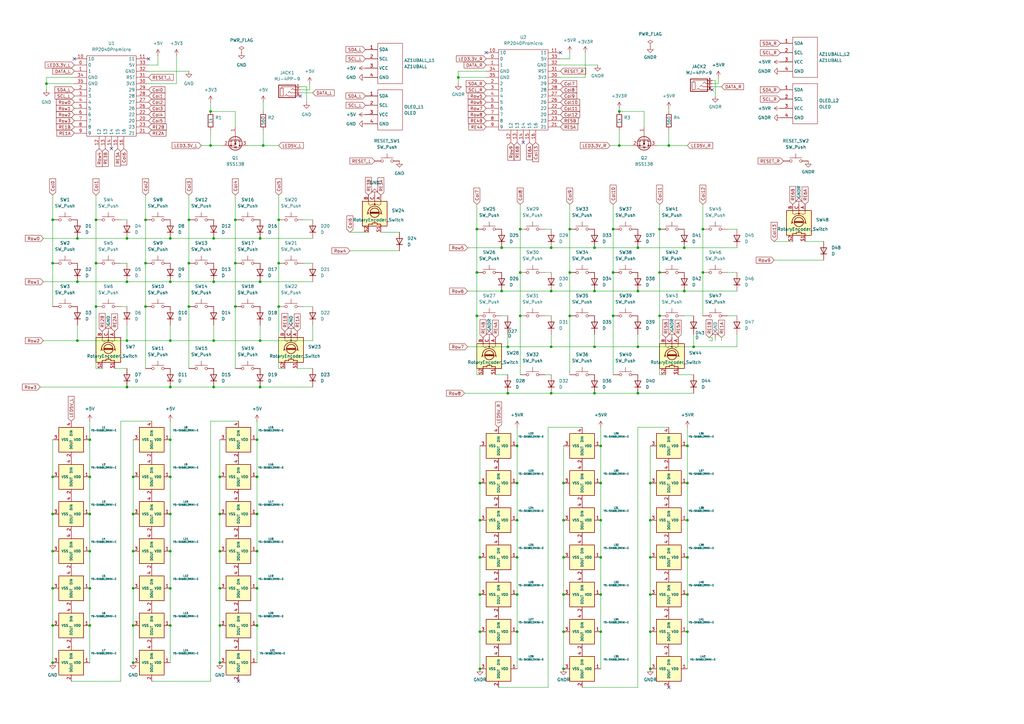
<source format=kicad_sch>
(kicad_sch (version 20231120) (generator "eeschema") (generator_version "8.0")
  (paper "A3")
  (junction (at 251.46 129.54))
  (junction (at 69.85 226.06))
  (junction (at 54.61 210.82))
  (junction (at 21.59 90.17))
  (junction (at 266.7 213.36))
  (junction (at 90.17 241.3))
  (junction (at 36.83 210.82))
  (junction (at 226.06 161.29))
  (junction (at 196.85 198.12))
  (junction (at 90.17 256.54))
  (junction (at 243.84 119.38))
  (junction (at 281.94 228.6))
  (junction (at 281.94 213.36))
  (junction (at 246.38 198.12))
  (junction (at 114.3 125.73))
  (junction (at 77.47 90.17))
  (junction (at 254 45.72))
  (junction (at 266.7 274.32))
  (junction (at 96.52 107.95))
  (junction (at 105.41 180.34))
  (junction (at 96.52 90.17))
  (junction (at 212.09 243.84))
  (junction (at 208.28 142.24))
  (junction (at 19.05 34.29))
  (junction (at 213.36 129.54))
  (junction (at 87.63 115.57))
  (junction (at 231.14 243.84))
  (junction (at 69.85 158.75))
  (junction (at 21.59 195.58))
  (junction (at 226.06 142.24))
  (junction (at 246.38 182.88))
  (junction (at 270.51 93.98))
  (junction (at 231.14 259.08))
  (junction (at 251.46 111.76))
  (junction (at 254 59.69))
  (junction (at 105.41 195.58))
  (junction (at 281.94 259.08))
  (junction (at 21.59 241.3))
  (junction (at 243.84 142.24))
  (junction (at 231.14 213.36))
  (junction (at 36.83 195.58))
  (junction (at 266.7 243.84))
  (junction (at 86.36 59.69))
  (junction (at 246.38 259.08))
  (junction (at 196.85 213.36))
  (junction (at 280.67 101.6))
  (junction (at 105.41 241.3))
  (junction (at 21.59 271.78))
  (junction (at 261.62 142.24))
  (junction (at 246.38 213.36))
  (junction (at 243.84 101.6))
  (junction (at 59.69 107.95))
  (junction (at 280.67 119.38))
  (junction (at 87.63 97.79))
  (junction (at 106.68 115.57))
  (junction (at 246.38 228.6))
  (junction (at 39.37 107.95))
  (junction (at 69.85 195.58))
  (junction (at 243.84 161.29))
  (junction (at 69.85 180.34))
  (junction (at 31.75 97.79))
  (junction (at 270.51 129.54))
  (junction (at 21.59 226.06))
  (junction (at 288.29 93.98))
  (junction (at 36.83 180.34))
  (junction (at 205.74 119.38))
  (junction (at 251.46 93.98))
  (junction (at 226.06 101.6))
  (junction (at 105.41 256.54))
  (junction (at 195.58 111.76))
  (junction (at 213.36 111.76))
  (junction (at 196.85 243.84))
  (junction (at 54.61 195.58))
  (junction (at 54.61 256.54))
  (junction (at 106.68 158.75))
  (junction (at 205.74 101.6))
  (junction (at 106.68 139.7))
  (junction (at 90.17 195.58))
  (junction (at 69.85 115.57))
  (junction (at 87.63 139.7))
  (junction (at 196.85 259.08))
  (junction (at 281.94 182.88))
  (junction (at 266.7 259.08))
  (junction (at 39.37 90.17))
  (junction (at 196.85 228.6))
  (junction (at 212.09 259.08))
  (junction (at 274.32 59.69))
  (junction (at 69.85 139.7))
  (junction (at 233.68 129.54))
  (junction (at 114.3 90.17))
  (junction (at 86.36 45.72))
  (junction (at 226.06 119.38))
  (junction (at 77.47 107.95))
  (junction (at 69.85 210.82))
  (junction (at 213.36 93.98))
  (junction (at 195.58 93.98))
  (junction (at 261.62 161.29))
  (junction (at 69.85 256.54))
  (junction (at 39.37 125.73))
  (junction (at 231.14 274.32))
  (junction (at 106.68 97.79))
  (junction (at 21.59 210.82))
  (junction (at 90.17 226.06))
  (junction (at 105.41 226.06))
  (junction (at 21.59 256.54))
  (junction (at 212.09 198.12))
  (junction (at 52.07 97.79))
  (junction (at 52.07 158.75))
  (junction (at 281.94 198.12))
  (junction (at 266.7 228.6))
  (junction (at 246.38 243.84))
  (junction (at 69.85 97.79))
  (junction (at 59.69 125.73))
  (junction (at 261.62 119.38))
  (junction (at 187.96 31.75))
  (junction (at 69.85 241.3))
  (junction (at 31.75 139.7))
  (junction (at 114.3 107.95))
  (junction (at 107.95 59.69))
  (junction (at 233.68 111.76))
  (junction (at 77.47 125.73))
  (junction (at 90.17 271.78))
  (junction (at 284.48 142.24))
  (junction (at 36.83 256.54))
  (junction (at 54.61 226.06))
  (junction (at 36.83 241.3))
  (junction (at 208.28 161.29))
  (junction (at 59.69 90.17))
  (junction (at 233.68 93.98))
  (junction (at 270.51 111.76))
  (junction (at 212.09 182.88))
  (junction (at 261.62 101.6))
  (junction (at 195.58 129.54))
  (junction (at 52.07 115.57))
  (junction (at 231.14 228.6))
  (junction (at 96.52 125.73))
  (junction (at 54.61 271.78))
  (junction (at 87.63 158.75))
  (junction (at 52.07 139.7))
  (junction (at 54.61 241.3))
  (junction (at 281.94 243.84))
  (junction (at 212.09 228.6))
  (junction (at 196.85 274.32))
  (junction (at 36.83 226.06))
  (junction (at 231.14 198.12))
  (junction (at 212.09 213.36))
  (junction (at 31.75 115.57))
  (junction (at 105.41 210.82))
  (junction (at 90.17 210.82))
  (junction (at 266.7 198.12))
  (junction (at 288.29 111.76))
  (junction (at 21.59 107.95))
  (no_connect (at 45.72 60.96))
  (no_connect (at 229.87 21.59))
  (no_connect (at 123.19 39.37))
  (no_connect (at 60.96 24.13))
  (no_connect (at 214.63 58.42))
  (no_connect (at 274.32 281.94))
  (no_connect (at 30.48 24.13))
  (no_connect (at 199.39 21.59))
  (no_connect (at 97.79 279.4))
  (no_connect (at 292.1 36.83))
  (wire (pts (xy 266.7 198.12) (xy 266.7 213.36)))
  (wire (pts (xy 77.47 80.01) (xy 77.47 90.17)))
  (wire (pts (xy 19.05 31.75) (xy 19.05 34.29)))
  (wire (pts (xy 233.68 111.76) (xy 233.68 129.54)))
  (wire (pts (xy 105.41 226.06) (xy 105.41 241.3)))
  (wire (pts (xy 231.14 259.08) (xy 231.14 274.32)))
  (wire (pts (xy 261.62 137.16) (xy 261.62 142.24)))
  (wire (pts (xy 187.96 31.75) (xy 187.96 34.29)))
  (wire (pts (xy 90.17 210.82) (xy 90.17 226.06)))
  (wire (pts (xy 261.62 101.6) (xy 280.67 101.6)))
  (wire (pts (xy 213.36 129.54) (xy 213.36 153.67)))
  (wire (pts (xy 114.3 125.73) (xy 114.3 151.13)))
  (wire (pts (xy 114.3 107.95) (xy 114.3 125.73)))
  (wire (pts (xy 163.83 95.25) (xy 156.21 95.25)))
  (wire (pts (xy 288.29 111.76) (xy 288.29 129.54)))
  (wire (pts (xy 17.78 115.57) (xy 31.75 115.57)))
  (wire (pts (xy 254 45.72) (xy 264.16 45.72)))
  (wire (pts (xy 269.24 59.69) (xy 274.32 59.69)))
  (wire (pts (xy 231.14 243.84) (xy 231.14 259.08)))
  (wire (pts (xy 17.78 139.7) (xy 31.75 139.7)))
  (wire (pts (xy 284.48 137.16) (xy 284.48 142.24)))
  (wire (pts (xy 261.62 281.94) (xy 261.62 175.26)))
  (wire (pts (xy 223.52 93.98) (xy 226.06 93.98)))
  (wire (pts (xy 31.75 115.57) (xy 52.07 115.57)))
  (wire (pts (xy 77.47 107.95) (xy 77.47 125.73)))
  (wire (pts (xy 69.85 139.7) (xy 87.63 139.7)))
  (wire (pts (xy 52.07 115.57) (xy 69.85 115.57)))
  (wire (pts (xy 238.76 281.94) (xy 261.62 281.94)))
  (wire (pts (xy 59.69 151.13) (xy 59.69 125.73)))
  (wire (pts (xy 124.46 125.73) (xy 128.27 125.73)))
  (wire (pts (xy 281.94 198.12) (xy 281.94 213.36)))
  (wire (pts (xy 96.52 125.73) (xy 96.52 151.13)))
  (wire (pts (xy 205.74 101.6) (xy 226.06 101.6)))
  (wire (pts (xy 101.6 59.69) (xy 107.95 59.69)))
  (wire (pts (xy 90.17 226.06) (xy 90.17 241.3)))
  (wire (pts (xy 64.77 26.67) (xy 60.96 26.67)))
  (wire (pts (xy 203.2 153.67) (xy 208.28 153.67)))
  (wire (pts (xy 284.48 129.54) (xy 280.67 129.54)))
  (wire (pts (xy 39.37 125.73) (xy 39.37 151.13)))
  (wire (pts (xy 96.52 90.17) (xy 96.52 107.95)))
  (wire (pts (xy 54.61 210.82) (xy 54.61 226.06)))
  (wire (pts (xy 69.85 97.79) (xy 87.63 97.79)))
  (wire (pts (xy 293.37 139.7) (xy 293.37 138.43)))
  (wire (pts (xy 195.58 111.76) (xy 195.58 129.54)))
  (wire (pts (xy 49.53 279.4) (xy 49.53 172.72)))
  (wire (pts (xy 205.74 119.38) (xy 226.06 119.38)))
  (wire (pts (xy 302.26 142.24) (xy 302.26 137.16)))
  (wire (pts (xy 246.38 228.6) (xy 246.38 243.84)))
  (wire (pts (xy 39.37 80.01) (xy 39.37 90.17)))
  (wire (pts (xy 143.51 95.25) (xy 151.13 95.25)))
  (wire (pts (xy 124.46 107.95) (xy 128.27 107.95)))
  (wire (pts (xy 54.61 226.06) (xy 54.61 241.3)))
  (wire (pts (xy 60.96 29.21) (xy 77.47 29.21)))
  (wire (pts (xy 105.41 256.54) (xy 105.41 271.78)))
  (wire (pts (xy 187.96 31.75) (xy 199.39 31.75)))
  (wire (pts (xy 69.85 180.34) (xy 69.85 195.58)))
  (wire (pts (xy 337.82 99.06) (xy 330.2 99.06)))
  (wire (pts (xy 106.68 158.75) (xy 128.27 158.75)))
  (wire (pts (xy 106.68 133.35) (xy 106.68 139.7)))
  (wire (pts (xy 19.05 34.29) (xy 30.48 34.29)))
  (wire (pts (xy 213.36 93.98) (xy 213.36 111.76)))
  (wire (pts (xy 52.07 97.79) (xy 69.85 97.79)))
  (wire (pts (xy 213.36 111.76) (xy 213.36 129.54)))
  (wire (pts (xy 208.28 142.24) (xy 226.06 142.24)))
  (wire (pts (xy 195.58 153.67) (xy 198.12 153.67)))
  (wire (pts (xy 87.63 115.57) (xy 106.68 115.57)))
  (wire (pts (xy 212.09 259.08) (xy 212.09 274.32)))
  (wire (pts (xy 105.41 195.58) (xy 105.41 210.82)))
  (wire (pts (xy 87.63 158.75) (xy 106.68 158.75)))
  (wire (pts (xy 229.87 26.67) (xy 245.11 26.67)))
  (wire (pts (xy 251.46 111.76) (xy 251.46 129.54)))
  (wire (pts (xy 281.94 259.08) (xy 281.94 274.32)))
  (wire (pts (xy 204.47 281.94) (xy 224.79 281.94)))
  (wire (pts (xy 121.92 151.13) (xy 128.27 151.13)))
  (wire (pts (xy 190.5 161.29) (xy 208.28 161.29)))
  (wire (pts (xy 106.68 115.57) (xy 128.27 115.57)))
  (wire (pts (xy 233.68 21.59) (xy 233.68 24.13)))
  (wire (pts (xy 196.85 182.88) (xy 196.85 198.12)))
  (wire (pts (xy 54.61 180.34) (xy 54.61 195.58)))
  (wire (pts (xy 31.75 133.35) (xy 31.75 139.7)))
  (wire (pts (xy 69.85 210.82) (xy 69.85 226.06)))
  (wire (pts (xy 54.61 195.58) (xy 54.61 210.82)))
  (wire (pts (xy 49.53 90.17) (xy 52.07 90.17)))
  (wire (pts (xy 280.67 119.38) (xy 302.26 119.38)))
  (wire (pts (xy 246.38 198.12) (xy 246.38 213.36)))
  (wire (pts (xy 21.59 90.17) (xy 21.59 107.95)))
  (wire (pts (xy 270.51 83.82) (xy 270.51 93.98)))
  (wire (pts (xy 86.36 59.69) (xy 91.44 59.69)))
  (wire (pts (xy 69.85 172.72) (xy 69.85 180.34)))
  (wire (pts (xy 224.79 281.94) (xy 224.79 175.26)))
  (wire (pts (xy 52.07 139.7) (xy 69.85 139.7)))
  (wire (pts (xy 19.05 36.83) (xy 19.05 34.29)))
  (wire (pts (xy 72.39 22.86) (xy 72.39 34.29)))
  (wire (pts (xy 243.84 119.38) (xy 261.62 119.38)))
  (wire (pts (xy 223.52 111.76) (xy 226.06 111.76)))
  (wire (pts (xy 36.83 256.54) (xy 36.83 271.78)))
  (wire (pts (xy 39.37 90.17) (xy 39.37 107.95)))
  (wire (pts (xy 226.06 101.6) (xy 243.84 101.6)))
  (wire (pts (xy 233.68 93.98) (xy 233.68 111.76)))
  (wire (pts (xy 233.68 83.82) (xy 233.68 93.98)))
  (wire (pts (xy 292.1 33.02) (xy 293.37 33.02)))
  (wire (pts (xy 105.41 241.3) (xy 105.41 256.54)))
  (wire (pts (xy 86.36 172.72) (xy 97.79 172.72)))
  (wire (pts (xy 107.95 59.69) (xy 114.3 59.69)))
  (wire (pts (xy 254 59.69) (xy 259.08 59.69)))
  (wire (pts (xy 250.19 59.69) (xy 254 59.69)))
  (wire (pts (xy 292.1 138.43) (xy 290.83 138.43)))
  (wire (pts (xy 223.52 153.67) (xy 226.06 153.67)))
  (wire (pts (xy 191.77 101.6) (xy 205.74 101.6)))
  (wire (pts (xy 187.96 29.21) (xy 187.96 31.75)))
  (wire (pts (xy 226.06 119.38) (xy 243.84 119.38)))
  (wire (pts (xy 226.06 142.24) (xy 243.84 142.24)))
  (wire (pts (xy 31.75 97.79) (xy 52.07 97.79)))
  (wire (pts (xy 240.03 21.59) (xy 240.03 31.75)))
  (wire (pts (xy 212.09 182.88) (xy 212.09 198.12)))
  (wire (pts (xy 90.17 256.54) (xy 90.17 271.78)))
  (wire (pts (xy 36.83 210.82) (xy 36.83 226.06)))
  (wire (pts (xy 59.69 90.17) (xy 59.69 107.95)))
  (wire (pts (xy 19.05 31.75) (xy 30.48 31.75)))
  (wire (pts (xy 233.68 24.13) (xy 229.87 24.13)))
  (wire (pts (xy 290.83 139.7) (xy 292.1 139.7)))
  (wire (pts (xy 105.41 172.72) (xy 105.41 180.34)))
  (wire (pts (xy 195.58 129.54) (xy 195.58 153.67)))
  (wire (pts (xy 90.17 180.34) (xy 90.17 195.58)))
  (wire (pts (xy 229.87 31.75) (xy 240.03 31.75)))
  (wire (pts (xy 87.63 133.35) (xy 87.63 139.7)))
  (wire (pts (xy 292.1 35.56) (xy 295.91 35.56)))
  (wire (pts (xy 105.41 210.82) (xy 105.41 226.06)))
  (wire (pts (xy 60.96 34.29) (xy 72.39 34.29)))
  (wire (pts (xy 196.85 228.6) (xy 196.85 243.84)))
  (wire (pts (xy 46.99 151.13) (xy 52.07 151.13)))
  (wire (pts (xy 106.68 139.7) (xy 128.27 139.7)))
  (wire (pts (xy 246.38 182.88) (xy 246.38 198.12)))
  (wire (pts (xy 69.85 256.54) (xy 69.85 271.78)))
  (wire (pts (xy 36.83 180.34) (xy 36.83 195.58)))
  (wire (pts (xy 21.59 180.34) (xy 21.59 195.58)))
  (wire (pts (xy 295.91 139.7) (xy 295.91 138.43)))
  (wire (pts (xy 261.62 161.29) (xy 284.48 161.29)))
  (wire (pts (xy 96.52 107.95) (xy 96.52 125.73)))
  (wire (pts (xy 298.45 93.98) (xy 302.26 93.98)))
  (wire (pts (xy 90.17 241.3) (xy 90.17 256.54)))
  (wire (pts (xy 246.38 259.08) (xy 246.38 274.32)))
  (wire (pts (xy 107.95 41.91) (xy 107.95 45.72)))
  (wire (pts (xy 208.28 161.29) (xy 226.06 161.29)))
  (wire (pts (xy 114.3 80.01) (xy 114.3 90.17)))
  (wire (pts (xy 187.96 29.21) (xy 199.39 29.21)))
  (wire (pts (xy 62.23 279.4) (xy 86.36 279.4)))
  (wire (pts (xy 233.68 153.67) (xy 233.68 129.54)))
  (wire (pts (xy 281.94 243.84) (xy 281.94 259.08)))
  (wire (pts (xy 281.94 182.88) (xy 281.94 198.12)))
  (wire (pts (xy 281.94 175.26) (xy 281.94 182.88)))
  (wire (pts (xy 231.14 213.36) (xy 231.14 228.6)))
  (wire (pts (xy 266.7 182.88) (xy 266.7 198.12)))
  (wire (pts (xy 36.83 226.06) (xy 36.83 241.3)))
  (wire (pts (xy 251.46 129.54) (xy 251.46 153.67)))
  (wire (pts (xy 231.14 198.12) (xy 231.14 213.36)))
  (wire (pts (xy 82.55 59.69) (xy 86.36 59.69)))
  (wire (pts (xy 280.67 101.6) (xy 302.26 101.6)))
  (wire (pts (xy 270.51 153.67) (xy 273.05 153.67)))
  (wire (pts (xy 125.73 35.56) (xy 125.73 41.91)))
  (wire (pts (xy 254 53.34) (xy 254 59.69)))
  (wire (pts (xy 52.07 133.35) (xy 52.07 139.7)))
  (wire (pts (xy 143.51 102.87) (xy 163.83 102.87)))
  (wire (pts (xy 36.83 241.3) (xy 36.83 256.54)))
  (wire (pts (xy 49.53 125.73) (xy 52.07 125.73)))
  (wire (pts (xy 246.38 243.84) (xy 246.38 259.08)))
  (wire (pts (xy 77.47 90.17) (xy 77.47 107.95)))
  (wire (pts (xy 86.36 41.91) (xy 86.36 45.72)))
  (wire (pts (xy 274.32 44.45) (xy 274.32 45.72)))
  (wire (pts (xy 261.62 142.24) (xy 284.48 142.24)))
  (wire (pts (xy 49.53 107.95) (xy 52.07 107.95)))
  (wire (pts (xy 106.68 97.79) (xy 128.27 97.79)))
  (wire (pts (xy 298.45 111.76) (xy 302.26 111.76)))
  (wire (pts (xy 270.51 93.98) (xy 270.51 111.76)))
  (wire (pts (xy 226.06 137.16) (xy 226.06 142.24)))
  (wire (pts (xy 127 34.29) (xy 127 36.83)))
  (wire (pts (xy 54.61 256.54) (xy 54.61 271.78)))
  (wire (pts (xy 86.36 53.34) (xy 86.36 59.69)))
  (wire (pts (xy 123.19 35.56) (xy 125.73 35.56)))
  (wire (pts (xy 243.84 101.6) (xy 261.62 101.6)))
  (wire (pts (xy 213.36 83.82) (xy 213.36 93.98)))
  (wire (pts (xy 292.1 139.7) (xy 292.1 138.43)))
  (wire (pts (xy 226.06 161.29) (xy 243.84 161.29)))
  (wire (pts (xy 288.29 93.98) (xy 288.29 111.76)))
  (wire (pts (xy 231.14 228.6) (xy 231.14 243.84)))
  (wire (pts (xy 243.84 137.16) (xy 243.84 142.24)))
  (wire (pts (xy 270.51 111.76) (xy 270.51 129.54)))
  (wire (pts (xy 288.29 83.82) (xy 288.29 93.98)))
  (wire (pts (xy 293.37 33.02) (xy 293.37 39.37)))
  (wire (pts (xy 212.09 228.6) (xy 212.09 243.84)))
  (wire (pts (xy 39.37 107.95) (xy 39.37 125.73)))
  (wire (pts (xy 246.38 175.26) (xy 246.38 182.88)))
  (wire (pts (xy 52.07 158.75) (xy 69.85 158.75)))
  (wire (pts (xy 274.32 59.69) (xy 274.32 53.34)))
  (wire (pts (xy 114.3 90.17) (xy 114.3 107.95)))
  (wire (pts (xy 59.69 107.95) (xy 59.69 125.73)))
  (wire (pts (xy 87.63 139.7) (xy 106.68 139.7)))
  (wire (pts (xy 105.41 180.34) (xy 105.41 195.58)))
  (wire (pts (xy 317.5 106.68) (xy 337.82 106.68)))
  (wire (pts (xy 196.85 259.08) (xy 196.85 274.32)))
  (wire (pts (xy 196.85 198.12) (xy 196.85 213.36)))
  (wire (pts (xy 64.77 22.86) (xy 64.77 26.67)))
  (wire (pts (xy 31.75 139.7) (xy 52.07 139.7)))
  (wire (pts (xy 191.77 142.24) (xy 208.28 142.24)))
  (wire (pts (xy 36.83 172.72) (xy 36.83 180.34)))
  (wire (pts (xy 212.09 198.12) (xy 212.09 213.36)))
  (wire (pts (xy 264.16 45.72) (xy 264.16 52.07)))
  (wire (pts (xy 21.59 107.95) (xy 21.59 125.73)))
  (wire (pts (xy 96.52 45.72) (xy 96.52 52.07)))
  (wire (pts (xy 212.09 175.26) (xy 212.09 182.88)))
  (wire (pts (xy 86.36 279.4) (xy 86.36 172.72)))
  (wire (pts (xy 21.59 80.01) (xy 21.59 90.17)))
  (wire (pts (xy 196.85 213.36) (xy 196.85 228.6)))
  (wire (pts (xy 21.59 210.82) (xy 21.59 226.06)))
  (wire (pts (xy 21.59 256.54) (xy 21.59 271.78)))
  (wire (pts (xy 298.45 129.54) (xy 302.26 129.54)))
  (wire (pts (xy 128.27 139.7) (xy 128.27 133.35)))
  (wire (pts (xy 270.51 129.54) (xy 270.51 153.67)))
  (wire (pts (xy 243.84 161.29) (xy 261.62 161.29)))
  (wire (pts (xy 49.53 172.72) (xy 62.23 172.72)))
  (wire (pts (xy 243.84 142.24) (xy 261.62 142.24)))
  (wire (pts (xy 16.51 158.75) (xy 52.07 158.75)))
  (wire (pts (xy 266.7 213.36) (xy 266.7 228.6)))
  (wire (pts (xy 36.83 195.58) (xy 36.83 210.82)))
  (wire (pts (xy 107.95 59.69) (xy 107.95 53.34)))
  (wire (pts (xy 69.85 115.57) (xy 87.63 115.57)))
  (wire (pts (xy 251.46 83.82) (xy 251.46 93.98)))
  (wire (pts (xy 294.64 34.29) (xy 292.1 34.29)))
  (wire (pts (xy 69.85 226.06) (xy 69.85 241.3)))
  (wire (pts (xy 69.85 133.35) (xy 69.85 139.7)))
  (wire (pts (xy 231.14 182.88) (xy 231.14 198.12)))
  (wire (pts (xy 212.09 213.36) (xy 212.09 228.6)))
  (wire (pts (xy 39.37 151.13) (xy 41.91 151.13)))
  (wire (pts (xy 266.7 228.6) (xy 266.7 243.84)))
  (wire (pts (xy 69.85 195.58) (xy 69.85 210.82)))
  (wire (pts (xy 69.85 241.3) (xy 69.85 256.54)))
  (wire (pts (xy 266.7 259.08) (xy 266.7 274.32)))
  (wire (pts (xy 124.46 90.17) (xy 128.27 90.17)))
  (wire (pts (xy 21.59 241.3) (xy 21.59 256.54)))
  (wire (pts (xy 21.59 195.58) (xy 21.59 210.82)))
  (wire (pts (xy 69.85 158.75) (xy 87.63 158.75)))
  (wire (pts (xy 274.32 59.69) (xy 281.94 59.69)))
  (wire (pts (xy 224.79 175.26) (xy 238.76 175.26)))
  (wire (pts (xy 96.52 80.01) (xy 96.52 90.17)))
  (wire (pts (xy 114.3 151.13) (xy 116.84 151.13)))
  (wire (pts (xy 59.69 80.01) (xy 59.69 90.17)))
  (wire (pts (xy 29.21 279.4) (xy 49.53 279.4)))
  (wire (pts (xy 54.61 241.3) (xy 54.61 256.54)))
  (wire (pts (xy 254 44.45) (xy 254 45.72)))
  (wire (pts (xy 284.48 142.24) (xy 302.26 142.24)))
  (wire (pts (xy 191.77 119.38) (xy 205.74 119.38)))
  (wire (pts (xy 212.09 243.84) (xy 212.09 259.08)))
  (wire (pts (xy 223.52 129.54) (xy 226.06 129.54)))
  (wire (pts (xy 261.62 175.26) (xy 274.32 175.26)))
  (wire (pts (xy 77.47 125.73) (xy 77.47 151.13)))
  (wire (pts (xy 251.46 93.98) (xy 251.46 111.76)))
  (wire (pts (xy 294.64 31.75) (xy 294.64 34.29)))
  (wire (pts (xy 208.28 137.16) (xy 208.28 142.24)))
  (wire (pts (xy 266.7 243.84) (xy 266.7 259.08)))
  (wire (pts (xy 196.85 243.84) (xy 196.85 259.08)))
  (wire (pts (xy 278.13 153.67) (xy 284.48 153.67)))
  (wire (pts (xy 90.17 195.58) (xy 90.17 210.82)))
  (wire (pts (xy 87.63 97.79) (xy 106.68 97.79)))
  (wire (pts (xy 246.38 213.36) (xy 246.38 228.6)))
  (wire (pts (xy 195.58 83.82) (xy 195.58 93.98)))
  (wire (pts (xy 123.19 38.1) (xy 128.27 38.1)))
  (wire (pts (xy 208.28 129.54) (xy 205.74 129.54)))
  (wire (pts (xy 281.94 213.36) (xy 281.94 228.6)))
  (wire (pts (xy 127 36.83) (xy 123.19 36.83)))
  (wire (pts (xy 86.36 45.72) (xy 96.52 45.72)))
  (wire (pts (xy 21.59 226.06) (xy 21.59 241.3)))
  (wire (pts (xy 17.78 97.79) (xy 31.75 97.79)))
  (wire (pts (xy 317.5 99.06) (xy 325.12 99.06)))
  (wire (pts (xy 261.62 119.38) (xy 280.67 119.38)))
  (wire (pts (xy 195.58 93.98) (xy 195.58 111.76)))
  (wire (pts (xy 281.94 228.6) (xy 281.94 243.84)))
  (global_label "Row1" (shape input) (at 30.48 44.45 180) (property "Intersheetrefs" "${INTERSHEET_REFS}" (effects (hide yes))))
  (global_label "RE6B" (shape input) (at 325.12 83.82 90) (property "Intersheetrefs" "${INTERSHEET_REFS}" (effects (hide yes))))
  (global_label "DATA_L" (shape input) (at 30.48 29.21 180) (property "Intersheetrefs" "${INTERSHEET_REFS}" (effects (hide yes))))
  (global_label "Row6" (shape input) (at 191.77 119.38 180) (property "Intersheetrefs" "${INTERSHEET_REFS}" (effects (hide yes))))
  (global_label "SCL_L" (shape input) (at 149.86 43.18 180) (property "Intersheetrefs" "${INTERSHEET_REFS}" (effects (hide yes))))
  (global_label "RE2A" (shape input) (at 60.96 54.61 0) (property "Intersheetrefs" "${INTERSHEET_REFS}" (effects (hide yes))))
  (global_label "Col4" (shape input) (at 96.52 80.01 90) (property "Intersheetrefs" "${INTERSHEET_REFS}" (effects (hide yes))))
  (global_label "SDA_L" (shape input) (at 149.86 39.37 180) (property "Intersheetrefs" "${INTERSHEET_REFS}" (effects (hide yes))))
  (global_label "RE1A" (shape input) (at 295.91 138.43 90) (property "Intersheetrefs" "${INTERSHEET_REFS}" (effects (hide yes))))
  (global_label "Col5" (shape input) (at 114.3 80.01 90) (property "Intersheetrefs" "${INTERSHEET_REFS}" (effects (hide yes))))
  (global_label "Row0" (shape input) (at 17.78 97.79 180) (property "Intersheetrefs" "${INTERSHEET_REFS}" (effects (hide yes))))
  (global_label "RE3A" (shape input) (at 48.26 60.96 270) (property "Intersheetrefs" "${INTERSHEET_REFS}" (effects (hide yes))))
  (global_label "Col7" (shape input) (at 229.87 34.29 0) (property "Intersheetrefs" "${INTERSHEET_REFS}" (effects (hide yes))))
  (global_label "Col11" (shape input) (at 270.51 83.82 90) (property "Intersheetrefs" "${INTERSHEET_REFS}" (effects (hide yes))))
  (global_label "Row4" (shape input) (at 143.51 102.87 180) (property "Intersheetrefs" "${INTERSHEET_REFS}" (effects (hide yes))))
  (global_label "LED3.3V_R" (shape input) (at 199.39 24.13 180) (property "Intersheetrefs" "${INTERSHEET_REFS}" (effects (hide yes))))
  (global_label "SCL_L" (shape input) (at 30.48 39.37 180) (property "Intersheetrefs" "${INTERSHEET_REFS}" (effects (hide yes))))
  (global_label "Row0" (shape input) (at 30.48 41.91 180) (property "Intersheetrefs" "${INTERSHEET_REFS}" (effects (hide yes))))
  (global_label "RE4A" (shape input) (at 203.2 138.43 90) (property "Intersheetrefs" "${INTERSHEET_REFS}" (effects (hide yes))))
  (global_label "Row3" (shape input) (at 16.51 158.75 180) (property "Intersheetrefs" "${INTERSHEET_REFS}" (effects (hide yes))))
  (global_label "Row2" (shape input) (at 30.48 46.99 180) (property "Intersheetrefs" "${INTERSHEET_REFS}" (effects (hide yes))))
  (global_label "Row9" (shape input) (at 317.5 106.68 180) (property "Intersheetrefs" "${INTERSHEET_REFS}" (effects (hide yes))))
  (global_label "Row8" (shape input) (at 190.5 161.29 180) (property "Intersheetrefs" "${INTERSHEET_REFS}" (effects (hide yes))))
  (global_label "RE1A" (shape input) (at 30.48 54.61 180) (property "Intersheetrefs" "${INTERSHEET_REFS}" (effects (hide yes))))
  (global_label "Row4" (shape input) (at 40.64 60.96 270) (property "Intersheetrefs" "${INTERSHEET_REFS}" (effects (hide yes))))
  (global_label "RE5A" (shape input) (at 278.13 138.43 90) (property "Intersheetrefs" "${INTERSHEET_REFS}" (effects (hide yes))))
  (global_label "Col13" (shape input) (at 317.5 99.06 90) (property "Intersheetrefs" "${INTERSHEET_REFS}" (effects (hide yes))))
  (global_label "Col5" (shape input) (at 60.96 49.53 0) (property "Intersheetrefs" "${INTERSHEET_REFS}" (effects (hide yes))))
  (global_label "Col4" (shape input) (at 60.96 46.99 0) (property "Intersheetrefs" "${INTERSHEET_REFS}" (effects (hide yes))))
  (global_label "Col10" (shape input) (at 229.87 41.91 0) (property "Intersheetrefs" "${INTERSHEET_REFS}" (effects (hide yes))))
  (global_label "Col11" (shape input) (at 229.87 44.45 0) (property "Intersheetrefs" "${INTERSHEET_REFS}" (effects (hide yes))))
  (global_label "Row1" (shape input) (at 17.78 115.57 180) (property "Intersheetrefs" "${INTERSHEET_REFS}" (effects (hide yes))))
  (global_label "Col8" (shape input) (at 213.36 83.82 90) (property "Intersheetrefs" "${INTERSHEET_REFS}" (effects (hide yes))))
  (global_label "RE6A" (shape input) (at 330.2 83.82 90) (property "Intersheetrefs" "${INTERSHEET_REFS}" (effects (hide yes))))
  (global_label "Col12" (shape input) (at 288.29 83.82 90) (property "Intersheetrefs" "${INTERSHEET_REFS}" (effects (hide yes))))
  (global_label "LED3.3V_R" (shape input) (at 250.19 59.69 180) (property "Intersheetrefs" "${INTERSHEET_REFS}" (effects (hide yes))))
  (global_label "Col3" (shape input) (at 60.96 44.45 0) (property "Intersheetrefs" "${INTERSHEET_REFS}" (effects (hide yes))))
  (global_label "LED5V_R" (shape input) (at 204.47 175.26 90) (property "Intersheetrefs" "${INTERSHEET_REFS}" (effects (hide yes))))
  (global_label "RE5B" (shape input) (at 273.05 138.43 90) (property "Intersheetrefs" "${INTERSHEET_REFS}" (effects (hide yes))))
  (global_label "RE6B" (shape input) (at 212.09 58.42 270) (property "Intersheetrefs" "${INTERSHEET_REFS}" (effects (hide yes))))
  (global_label "SDA_L" (shape input) (at 30.48 36.83 180) (property "Intersheetrefs" "${INTERSHEET_REFS}" (effects (hide yes))))
  (global_label "Row5" (shape input) (at 199.39 39.37 180) (property "Intersheetrefs" "${INTERSHEET_REFS}" (effects (hide yes))))
  (global_label "Col8" (shape input) (at 229.87 36.83 0) (property "Intersheetrefs" "${INTERSHEET_REFS}" (effects (hide yes))))
  (global_label "LED3.3V_L" (shape input) (at 82.55 59.69 180) (property "Intersheetrefs" "${INTERSHEET_REFS}" (effects (hide yes))))
  (global_label "Row9" (shape input) (at 209.55 58.42 270) (property "Intersheetrefs" "${INTERSHEET_REFS}" (effects (hide yes))))
  (global_label "Row6" (shape input) (at 199.39 41.91 180) (property "Intersheetrefs" "${INTERSHEET_REFS}" (effects (hide yes))))
  (global_label "Col1" (shape input) (at 39.37 80.01 90) (property "Intersheetrefs" "${INTERSHEET_REFS}" (effects (hide yes))))
  (global_label "Col0" (shape input) (at 21.59 80.01 90) (property "Intersheetrefs" "${INTERSHEET_REFS}" (effects (hide yes))))
  (global_label "Row3" (shape input) (at 30.48 49.53 180) (property "Intersheetrefs" "${INTERSHEET_REFS}" (effects (hide yes))))
  (global_label "Col3" (shape input) (at 77.47 80.01 90) (property "Intersheetrefs" "${INTERSHEET_REFS}" (effects (hide yes))))
  (global_label "LED5V_R" (shape input) (at 281.94 59.69 0) (property "Intersheetrefs" "${INTERSHEET_REFS}" (effects (hide yes))))
  (global_label "Col7" (shape input) (at 195.58 83.82 90) (property "Intersheetrefs" "${INTERSHEET_REFS}" (effects (hide yes))))
  (global_label "DATA_L" (shape input) (at 128.27 38.1 0) (property "Intersheetrefs" "${INTERSHEET_REFS}" (effects (hide yes))))
  (global_label "RE4B" (shape input) (at 199.39 49.53 180) (property "Intersheetrefs" "${INTERSHEET_REFS}" (effects (hide yes))))
  (global_label "LED3.3V_L" (shape input) (at 30.48 26.67 180) (property "Intersheetrefs" "${INTERSHEET_REFS}" (effects (hide yes))))
  (global_label "RE3B" (shape input) (at 151.13 80.01 90) (property "Intersheetrefs" "${INTERSHEET_REFS}" (effects (hide yes))))
  (global_label "RE1B" (shape input) (at 290.83 138.43 90) (property "Intersheetrefs" "${INTERSHEET_REFS}" (effects (hide yes))))
  (global_label "SDA_R" (shape input) (at 199.39 34.29 180) (property "Intersheetrefs" "${INTERSHEET_REFS}" (effects (hide yes))))
  (global_label "RE1B" (shape input) (at 30.48 52.07 180) (property "Intersheetrefs" "${INTERSHEET_REFS}" (effects (hide yes))))
  (global_label "RE6A" (shape input) (at 217.17 58.42 270) (property "Intersheetrefs" "${INTERSHEET_REFS}" (effects (hide yes))))
  (global_label "Col9" (shape input) (at 229.87 39.37 0) (property "Intersheetrefs" "${INTERSHEET_REFS}" (effects (hide yes))))
  (global_label "RESET_L" (shape input) (at 60.96 31.75 0) (property "Intersheetrefs" "${INTERSHEET_REFS}" (effects (hide yes))))
  (global_label "Col0" (shape input) (at 60.96 36.83 0) (property "Intersheetrefs" "${INTERSHEET_REFS}" (effects (hide yes))))
  (global_label "DATA_R" (shape input) (at 295.91 35.56 0) (property "Intersheetrefs" "${INTERSHEET_REFS}" (effects (hide yes))))
  (global_label "SDA_R" (shape input) (at 320.04 17.78 180) (property "Intersheetrefs" "${INTERSHEET_REFS}" (effects (hide yes))))
  (global_label "RE5A" (shape input) (at 229.87 52.07 0) (property "Intersheetrefs" "${INTERSHEET_REFS}" (effects (hide yes))))
  (global_label "Col9" (shape input) (at 233.68 83.82 90) (property "Intersheetrefs" "${INTERSHEET_REFS}" (effects (hide yes))))
  (global_label "RE4A" (shape input) (at 199.39 52.07 180) (property "Intersheetrefs" "${INTERSHEET_REFS}" (effects (hide yes))))
  (global_label "RE1A" (shape input) (at 121.92 135.89 90) (property "Intersheetrefs" "${INTERSHEET_REFS}" (effects (hide yes))))
  (global_label "Col13" (shape input) (at 219.71 58.42 270) (property "Intersheetrefs" "${INTERSHEET_REFS}" (effects (hide yes))))
  (global_label "RESET_L" (shape input) (at 153.67 66.04 180) (property "Intersheetrefs" "${INTERSHEET_REFS}" (effects (hide yes))))
  (global_label "RE5B" (shape input) (at 229.87 49.53 0) (property "Intersheetrefs" "${INTERSHEET_REFS}" (effects (hide yes))))
  (global_label "Row2" (shape input) (at 17.78 139.7 180) (property "Intersheetrefs" "${INTERSHEET_REFS}" (effects (hide yes))))
  (global_label "Row8" (shape input) (at 199.39 46.99 180) (property "Intersheetrefs" "${INTERSHEET_REFS}" (effects (hide yes))))
  (global_label "RE4B" (shape input) (at 198.12 138.43 90) (property "Intersheetrefs" "${INTERSHEET_REFS}" (effects (hide yes))))
  (global_label "SDA_L" (shape input) (at 149.86 20.32 180) (property "Intersheetrefs" "${INTERSHEET_REFS}" (effects (hide yes))))
  (global_label "Col12" (shape input) (at 229.87 46.99 0) (property "Intersheetrefs" "${INTERSHEET_REFS}" (effects (hide yes))))
  (global_label "RE2B" (shape input) (at 60.96 52.07 0) (property "Intersheetrefs" "${INTERSHEET_REFS}" (effects (hide yes))))
  (global_label "Col2" (shape input) (at 60.96 41.91 0) (property "Intersheetrefs" "${INTERSHEET_REFS}" (effects (hide yes))))
  (global_label "LED5V_L" (shape input) (at 29.21 172.72 90) (property "Intersheetrefs" "${INTERSHEET_REFS}" (effects (hide yes))))
  (global_label "RE1B" (shape input) (at 116.84 135.89 90) (property "Intersheetrefs" "${INTERSHEET_REFS}" (effects (hide yes))))
  (global_label "Col10" (shape input) (at 251.46 83.82 90) (property "Intersheetrefs" "${INTERSHEET_REFS}" (effects (hide yes))))
  (global_label "Col6" (shape input) (at 50.8 60.96 270) (property "Intersheetrefs" "${INTERSHEET_REFS}" (effects (hide yes))))
  (global_label "RESET_R" (shape input) (at 229.87 29.21 0) (property "Intersheetrefs" "${INTERSHEET_REFS}" (effects (hide yes))))
  (global_label "Col2" (shape input) (at 59.69 80.01 90) (property "Intersheetrefs" "${INTERSHEET_REFS}" (effects (hide yes))))
  (global_label "LED5V_L" (shape input) (at 114.3 59.69 0) (property "Intersheetrefs" "${INTERSHEET_REFS}" (effects (hide yes))))
  (global_label "RE3A" (shape input) (at 156.21 80.01 90) (property "Intersheetrefs" "${INTERSHEET_REFS}" (effects (hide yes))))
  (global_label "Col1" (shape input) (at 60.96 39.37 0) (property "Intersheetrefs" "${INTERSHEET_REFS}" (effects (hide yes))))
  (global_label "Col6" (shape input) (at 143.51 95.25 90) (property "Intersheetrefs" "${INTERSHEET_REFS}" (effects (hide yes))))
  (global_label "RE2A" (shape input) (at 46.99 135.89 90) (property "Intersheetrefs" "${INTERSHEET_REFS}" (effects (hide yes))))
  (global_label "SCL_L" (shape input) (at 149.86 24.13 180) (property "Intersheetrefs" "${INTERSHEET_REFS}" (effects (hide yes))))
  (global_label "Row5" (shape input) (at 191.77 101.6 180) (property "Intersheetrefs" "${INTERSHEET_REFS}" (effects (hide yes))))
  (global_label "DATA_R" (shape input) (at 199.39 26.67 180) (property "Intersheetrefs" "${INTERSHEET_REFS}" (effects (hide yes))))
  (global_label "Row7" (shape input) (at 199.39 44.45 180) (property "Intersheetrefs" "${INTERSHEET_REFS}" (effects (hide yes))))
  (global_label "Row7" (shape input) (at 191.77 142.24 180) (property "Intersheetrefs" "${INTERSHEET_REFS}" (effects (hide yes))))
  (global_label "SCL_R" (shape input) (at 320.04 21.59 180) (property "Intersheetrefs" "${INTERSHEET_REFS}" (effects (hide yes))))
  (global_label "RE3B" (shape input) (at 43.18 60.96 270) (property "Intersheetrefs" "${INTERSHEET_REFS}" (effects (hide yes))))
  (global_label "RE2B" (shape input) (at 41.91 135.89 90) (property "Intersheetrefs" "${INTERSHEET_REFS}" (effects (hide yes))))
  (global_label "SCL_R" (shape input) (at 199.39 36.83 180) (property "Intersheetrefs" "${INTERSHEET_REFS}" (effects (hide yes))))
  (global_label "RESET_R" (shape input) (at 321.31 66.04 180) (property "Intersheetrefs" "${INTERSHEET_REFS}" (effects (hide yes))))
  (global_label "SCL_R" (shape input) (at 320.04 40.64 180) (property "Intersheetrefs" "${INTERSHEET_REFS}" (effects (hide yes))))
  (global_label "SDA_R" (shape input) (at 320.04 36.83 180) (property "Intersheetrefs" "${INTERSHEET_REFS}" (effects (hide yes))))
  (symbol (lib_id "kbd:YS-SK6812MINI-E") (at 238.76 182.88 270) (unit 1)
    (property "Reference" "L29" (at 252.73 177.8 90) (effects (font (size 0.7366 0.7366))))
    (property "Value" "YS-SK6812MINI-E" (at 252.73 179.07 90) (effects (font (size 0.7366 0.7366))))
    (property "Footprint" "kbd:YS-SK6812MINI-E" (effects (hide yes)))
  )
  (symbol (lib_id "Switch:SW_Push") (at 119.38 90.17 0) (unit 1)
    (property "Reference" "SW20" (at 119.38 81.915 0))
    (property "Value" "SW_Push" (at 119.38 84.455 0))
    (property "Footprint" "taka_lib:MX1U_Hotswap" (effects (hide yes)))
  )
  (symbol (lib_id "Switch:SW_Push") (at 101.6 107.95 0) (unit 1)
    (property "Reference" "SW17" (at 101.6 99.695 0))
    (property "Value" "SW_Push" (at 101.6 102.235 0))
    (property "Footprint" "taka_lib:MX1U_Hotswap" (effects (hide yes)))
  )
  (symbol (lib_id "kbd:YS-SK6812MINI-E") (at 29.21 210.82 270) (unit 1)
    (property "Reference" "L3" (at 42.545 205.74 90) (effects (font (size 0.7366 0.7366))))
    (property "Value" "YS-SK6812MINI-E" (at 42.545 207.01 90) (effects (font (size 0.7366 0.7366))))
    (property "Footprint" "kbd:YS-SK6812MINI-E" (effects (hide yes)))
  )
  (symbol (lib_id "Switch:SW_Push") (at 101.6 125.73 0) (unit 1)
    (property "Reference" "SW18" (at 101.6 117.475 0))
    (property "Value" "SW_Push" (at 101.6 120.015 0))
    (property "Footprint" "taka_lib:MX1U_Hotswap" (effects (hide yes)))
  )
  (symbol (lib_id "Switch:SW_Push") (at 218.44 153.67 0) (unit 1)
    (property "Reference" "SW32" (at 218.44 145.415 0))
    (property "Value" "SW_Push" (at 218.44 147.955 0))
    (property "Footprint" "taka_lib:MX1U_Hotswap_RE" (effects (hide yes)))
  )
  (symbol (lib_id "Switch:SW_Push") (at 200.66 93.98 0) (unit 1)
    (property "Reference" "SW25" (at 200.66 85.725 0))
    (property "Value" "SW_Push" (at 200.66 88.265 0))
    (property "Footprint" "taka_lib:MX1U_Hotswap" (effects (hide yes)))
  )
  (symbol (lib_id "kbd:GNDR") (at 320.04 48.26 270) (unit 1)
    (property "Reference" "#PWR045" (effects (hide yes)))
    (property "Value" "GNDR" (at 316.23 48.26 90) (effects (justify right)))
  )
  (symbol (lib_id "power:+5V") (at 107.95 41.91 0) (unit 1)
    (property "Reference" "#PWR014" (effects (hide yes)))
    (property "Value" "+5V" (at 107.95 36.83 0))
    (property "Description" "Power symbol creates a global label with name \"+5V\"" (effects (hide yes)))
  )
  (symbol (lib_id "Device:D") (at 69.85 129.54 90) (unit 1)
    (property "Reference" "D10" (at 73.025 128.27 90) (effects (justify right)))
    (property "Value" "D" (at 73.025 130.81 90) (effects (justify right)))
    (property "Footprint" "kbd_Parts:Diode_SMD" (effects (hide yes)))
    (property "Sim.Device" "D" (effects (hide yes)))
    (property "Sim.Pins" "1=K 2=A" (effects (hide yes)))
  )
  (symbol (lib_id "kbd:GNDR") (at 327.66 83.82 180) (unit 1)
    (property "Reference" "#PWR046" (effects (hide yes)))
    (property "Value" "GNDR" (at 327.66 78.74 90))
  )
  (symbol (lib_id "kbd:YS-SK6812MINI-E") (at 97.79 241.3 270) (unit 1)
    (property "Reference" "L19" (at 111.125 236.22 90) (effects (font (size 0.7366 0.7366))))
    (property "Value" "YS-SK6812MINI-E" (at 111.125 237.49 90) (effects (font (size 0.7366 0.7366))))
    (property "Footprint" "kbd:YS-SK6812MINI-E" (effects (hide yes)))
  )
  (symbol (lib_id "Switch:SW_Push") (at 218.44 93.98 0) (unit 1)
    (property "Reference" "SW29" (at 218.44 85.725 0))
    (property "Value" "SW_Push" (at 218.44 88.265 0))
    (property "Footprint" "taka_lib:MX1U_Hotswap" (effects (hide yes)))
  )
  (symbol (lib_id "kbd:MJ-4PP-9") (at 287.02 34.925 0) (unit 1)
    (property "Reference" "JACK2" (at 286.7025 27.305 0))
    (property "Value" "MJ-4PP-9" (at 286.7025 29.845 0))
    (property "Footprint" "kbd_Parts:TRRS_MJ-4PP-9" (effects (hide yes)))
  )
  (symbol (lib_id "kbd:YS-SK6812MINI-E") (at 29.21 241.3 270) (unit 1)
    (property "Reference" "L5" (at 42.545 236.22 90) (effects (font (size 0.7366 0.7366))))
    (property "Value" "YS-SK6812MINI-E" (at 42.545 237.49 90) (effects (font (size 0.7366 0.7366))))
    (property "Footprint" "kbd:YS-SK6812MINI-E" (effects (hide yes)))
  )
  (symbol (lib_id "kbd:YS-SK6812MINI-E") (at 97.79 256.54 270) (unit 1)
    (property "Reference" "L20" (at 111.125 251.46 90) (effects (font (size 0.7366 0.7366))))
    (property "Value" "YS-SK6812MINI-E" (at 111.125 252.73 90) (effects (font (size 0.7366 0.7366))))
    (property "Footprint" "kbd:YS-SK6812MINI-E" (effects (hide yes)))
  )
  (symbol (lib_id "Device:D") (at 69.85 93.98 90) (unit 1)
    (property "Reference" "D8" (at 73.025 92.71 90) (effects (justify right)))
    (property "Value" "D" (at 73.025 95.25 90) (effects (justify right)))
    (property "Footprint" "kbd_Parts:Diode_SMD" (effects (hide yes)))
    (property "Sim.Device" "D" (effects (hide yes)))
    (property "Sim.Pins" "1=K 2=A" (effects (hide yes)))
  )
  (symbol (lib_id "kbd:+5VR") (at 246.38 175.26 0) (unit 1)
    (property "Reference" "#PWR041" (effects (hide yes)))
    (property "Value" "+5VR" (at 246.38 170.18 0))
  )
  (symbol (lib_id "kbd:YS-SK6812MINI-E") (at 29.21 195.58 270) (unit 1)
    (property "Reference" "L2" (at 42.545 190.5 90) (effects (font (size 0.7366 0.7366))))
    (property "Value" "YS-SK6812MINI-E" (at 42.545 191.77 90) (effects (font (size 0.7366 0.7366))))
    (property "Footprint" "kbd:YS-SK6812MINI-E" (effects (hide yes)))
  )
  (symbol (lib_id "Device:D") (at 52.07 111.76 90) (unit 1)
    (property "Reference" "D5" (at 55.245 110.49 90) (effects (justify right)))
    (property "Value" "D" (at 55.245 113.03 90) (effects (justify right)))
    (property "Footprint" "kbd_Parts:Diode_SMD" (effects (hide yes)))
    (property "Sim.Device" "D" (effects (hide yes)))
    (property "Sim.Pins" "1=K 2=A" (effects (hide yes)))
  )
  (symbol (lib_id "power:PWR_FLAG") (at 266.7 19.05 0) (unit 1)
    (property "Reference" "#FLG02" (effects (hide yes)))
    (property "Value" "PWR_FLAG" (at 266.7 13.97 0))
    (property "Description" "Special symbol for telling ERC where power comes from" (effects (hide yes)))
  )
  (symbol (lib_id "Device:D") (at 280.67 97.79 90) (unit 1)
    (property "Reference" "D41" (at 283.845 96.52 90) (effects (justify right)))
    (property "Value" "D" (at 283.845 99.06 90) (effects (justify right)))
    (property "Footprint" "kbd_Parts:Diode_SMD" (effects (hide yes)))
    (property "Sim.Device" "D" (effects (hide yes)))
    (property "Sim.Pins" "1=K 2=A" (effects (hide yes)))
  )
  (symbol (lib_id "kbd:YS-SK6812MINI-E") (at 274.32 259.08 270) (unit 1)
    (property "Reference" "L41" (at 287.655 254 90) (effects (font (size 0.7366 0.7366))))
    (property "Value" "YS-SK6812MINI-E" (at 287.655 255.27 90) (effects (font (size 0.7366 0.7366))))
    (property "Footprint" "kbd:YS-SK6812MINI-E" (effects (hide yes)))
  )
  (symbol (lib_id "Device:RotaryEncoder_Switch") (at 153.67 87.63 270) (unit 1)
    (property "Reference" "SW24" (at 160.655 86.36 90) (effects (justify left)))
    (property "Value" "RotaryEncoder_Switch" (at 144.78 90.17 90) (effects (justify left)))
    (property "Footprint" "taka_lib:EC12RE" (effects (hide yes)))
  )
  (symbol (lib_id "power:GND") (at 149.86 50.8 270) (unit 1)
    (property "Reference" "#PWR021" (effects (hide yes)))
    (property "Value" "GND" (at 146.05 50.7999 90) (effects (justify right)))
    (property "Description" "Power symbol creates a global label with name \"GND\" , ground" (effects (hide yes)))
  )
  (symbol (lib_id "Switch:SW_Push") (at 238.76 111.76 0) (unit 1)
    (property "Reference" "SW34" (at 238.76 103.505 0))
    (property "Value" "SW_Push" (at 238.76 106.045 0))
    (property "Footprint" "taka_lib:MX1U_Hotswap" (effects (hide yes)))
  )
  (symbol (lib_id "Device:D") (at 52.07 154.94 90) (unit 1)
    (property "Reference" "D7" (at 55.245 153.67 90) (effects (justify right)))
    (property "Value" "D" (at 55.245 156.21 90) (effects (justify right)))
    (property "Footprint" "kbd_Parts:Diode_SMD" (effects (hide yes)))
    (property "Sim.Device" "D" (effects (hide yes)))
    (property "Sim.Pins" "1=K 2=A" (effects (hide yes)))
  )
  (symbol (lib_id "power:+5V") (at 149.86 27.94 90) (unit 1)
    (property "Reference" "#PWR018" (effects (hide yes)))
    (property "Value" "+5V" (at 146.05 27.9399 90) (effects (justify left)))
    (property "Description" "Power symbol creates a global label with name \"+5V\"" (effects (hide yes)))
  )
  (symbol (lib_id "Device:D") (at 208.28 133.35 90) (unit 1)
    (property "Reference" "D27" (at 208.28 135.89 90) (effects (justify right)))
    (property "Value" "D" (at 208.28 137.795 90) (effects (justify right)))
    (property "Footprint" "kbd_Parts:Diode_SMD" (effects (hide yes)))
    (property "Sim.Device" "D" (effects (hide yes)))
    (property "Sim.Pins" "1=K 2=A" (effects (hide yes)))
  )
  (symbol (lib_id "Device:D") (at 128.27 111.76 90) (unit 1)
    (property "Reference" "D21" (at 131.445 110.49 90) (effects (justify right)))
    (property "Value" "D" (at 131.445 113.03 90) (effects (justify right)))
    (property "Footprint" "kbd_Parts:Diode_SMD" (effects (hide yes)))
    (property "Sim.Device" "D" (effects (hide yes)))
    (property "Sim.Pins" "1=K 2=A" (effects (hide yes)))
  )
  (symbol (lib_name "AZ1UBALL_1") (lib_id "taka_sym:AZ1UBALL") (at 330.2 22.86 0) (unit 1)
    (property "Reference" "AZ1UBALL_L2" (at 335.915 22.225 0) (effects (justify left)))
    (property "Value" "AZ1UBALL" (at 335.915 24.765 0) (effects (justify left)))
    (property "Footprint" "taka_lib:AZ1UBALL" (effects (hide yes)))
  )
  (symbol (lib_id "kbd:GNDR") (at 245.11 26.67 0) (unit 1)
    (property "Reference" "#PWR032" (effects (hide yes)))
    (property "Value" "GNDR" (at 245.11 31.115 0))
  )
  (symbol (lib_id "Switch:SW_Push") (at 275.59 129.54 0) (unit 1)
    (property "Reference" "SW43" (at 275.59 121.285 0))
    (property "Value" "SW_Push" (at 275.59 123.825 0))
    (property "Footprint" "taka_lib:MX1U_Hotswap" (effects (hide yes)))
  )
  (symbol (lib_id "Switch:SW_Push") (at 26.67 125.73 0) (unit 1)
    (property "Reference" "SW3" (at 26.67 117.475 0))
    (property "Value" "SW_Push" (at 26.67 120.015 0))
    (property "Footprint" "taka_lib:MX1U_Hotswap" (effects (hide yes)))
  )
  (symbol (lib_id "taka_sym:RP2040Promicro") (at 214.63 36.83 0) (unit 1)
    (property "Reference" "U2" (at 214.63 15.24 0))
    (property "Value" "RP2040Promicro" (at 214.63 17.78 0))
    (property "Footprint" "taka_lib:RP2040Promicro" (effects (hide yes)))
  )
  (symbol (lib_id "Device:RotaryEncoder_Switch") (at 275.59 146.05 270) (unit 1)
    (property "Reference" "SW44" (at 282.575 144.78 90) (effects (justify left)))
    (property "Value" "RotaryEncoder_Switch" (at 266.7 148.59 90) (effects (justify left)))
    (property "Footprint" "taka_lib:EC12RE" (effects (hide yes)))
  )
  (symbol (lib_id "Transistor_FET:BSS138") (at 264.16 57.15 270) (unit 1)
    (property "Reference" "Q2" (at 264.16 64.77 90))
    (property "Value" "BSS138" (at 264.16 67.31 90))
    (property "Footprint" "Package_TO_SOT_SMD:SOT-23" (effects (hide yes)))
    (property "Datasheet" "https://www.onsemi.com/pub/Collateral/BSS138-D.PDF" (effects (hide yes)))
  )
  (symbol (lib_id "kbd:YS-SK6812MINI-E") (at 274.32 228.6 270) (unit 1)
    (property "Reference" "L39" (at 287.655 223.52 90) (effects (font (size 0.7366 0.7366))))
    (property "Value" "YS-SK6812MINI-E" (at 287.655 224.79 90) (effects (font (size 0.7366 0.7366))))
    (property "Footprint" "kbd:YS-SK6812MINI-E" (effects (hide yes)))
  )
  (symbol (lib_id "Device:D") (at 31.75 111.76 90) (unit 1)
    (property "Reference" "D2" (at 34.925 110.49 90) (effects (justify right)))
    (property "Value" "D" (at 34.925 113.03 90) (effects (justify right)))
    (property "Footprint" "kbd_Parts:Diode_SMD" (effects (hide yes)))
    (property "Sim.Device" "D" (effects (hide yes)))
    (property "Sim.Pins" "1=K 2=A" (effects (hide yes)))
  )
  (symbol (lib_id "kbd:YS-SK6812MINI-E") (at 29.21 226.06 270) (unit 1)
    (property "Reference" "L4" (at 42.545 220.98 90) (effects (font (size 0.7366 0.7366))))
    (property "Value" "YS-SK6812MINI-E" (at 42.545 222.25 90) (effects (font (size 0.7366 0.7366))))
    (property "Footprint" "kbd:YS-SK6812MINI-E" (effects (hide yes)))
  )
  (symbol (lib_name "AZ1UBALL_1") (lib_id "taka_sym:AZ1UBALL") (at 160.02 25.4 0) (unit 1)
    (property "Reference" "AZ1UBALL_L1" (at 165.735 24.765 0) (effects (justify left)))
    (property "Value" "AZ1UBALL" (at 165.735 27.305 0) (effects (justify left)))
    (property "Footprint" "taka_lib:AZ1UBALL" (effects (hide yes)))
  )
  (symbol (lib_id "kbd:YS-SK6812MINI-E") (at 204.47 274.32 270) (unit 1)
    (property "Reference" "L28" (at 217.805 269.24 90) (effects (font (size 0.7366 0.7366))))
    (property "Value" "YS-SK6812MINI-E" (at 217.805 270.51 90) (effects (font (size 0.7366 0.7366))))
    (property "Footprint" "kbd:YS-SK6812MINI-E" (effects (hide yes)))
  )
  (symbol (lib_id "Device:D") (at 284.48 157.48 90) (unit 1)
    (property "Reference" "D44" (at 287.655 156.21 90) (effects (justify right)))
    (property "Value" "D" (at 287.655 158.75 90) (effects (justify right)))
    (property "Footprint" "kbd_Parts:Diode_SMD" (effects (hide yes)))
    (property "Sim.Device" "D" (effects (hide yes)))
    (property "Sim.Pins" "1=K 2=A" (effects (hide yes)))
  )
  (symbol (lib_id "kbd:YS-SK6812MINI-E") (at 238.76 228.6 270) (unit 1)
    (property "Reference" "L32" (at 252.73 223.52 90) (effects (font (size 0.7366 0.7366))))
    (property "Value" "YS-SK6812MINI-E" (at 252.73 224.79 90) (effects (font (size 0.7366 0.7366))))
    (property "Footprint" "kbd:YS-SK6812MINI-E" (effects (hide yes)))
  )
  (symbol (lib_id "Switch:SW_Push") (at 101.6 90.17 0) (unit 1)
    (property "Reference" "SW16" (at 101.6 81.915 0))
    (property "Value" "SW_Push" (at 101.6 84.455 0))
    (property "Footprint" "taka_lib:MX1U_Hotswap" (effects (hide yes)))
  )
  (symbol (lib_id "power:+5V") (at 149.86 46.99 90) (unit 1)
    (property "Reference" "#PWR020" (effects (hide yes)))
    (property "Value" "+5V" (at 146.05 46.9899 90) (effects (justify left)))
    (property "Description" "Power symbol creates a global label with name \"+5V\"" (effects (hide yes)))
  )
  (symbol (lib_id "power:+3V3") (at 72.39 22.86 0) (unit 1)
    (property "Reference" "#PWR08" (effects (hide yes)))
    (property "Value" "+3V3" (at 72.39 17.78 0))
    (property "Description" "Power symbol creates a global label with name \"+3V3\"" (effects (hide yes)))
  )
  (symbol (lib_id "Switch:SW_Push") (at 82.55 151.13 0) (unit 1)
    (property "Reference" "SW15" (at 82.55 142.875 0))
    (property "Value" "SW_Push" (at 82.55 145.415 0))
    (property "Footprint" "taka_lib:MX1U_Hotswap" (effects (hide yes)))
  )
  (symbol (lib_id "Device:RotaryEncoder_Switch") (at 200.66 146.05 270) (unit 1)
    (property "Reference" "SW28" (at 207.645 144.78 90) (effects (justify left)))
    (property "Value" "RotaryEncoder_Switch" (at 191.77 148.59 90) (effects (justify left)))
    (property "Footprint" "taka_lib:EC12RE" (effects (hide yes)))
  )
  (symbol (lib_id "Switch:SW_Push") (at 119.38 107.95 0) (unit 1)
    (property "Reference" "SW21" (at 119.38 99.695 0))
    (property "Value" "SW_Push" (at 119.38 102.235 0))
    (property "Footprint" "taka_lib:MX1U_Hotswap" (effects (hide yes)))
  )
  (symbol (lib_id "Switch:SW_Push") (at 256.54 111.76 0) (unit 1)
    (property "Reference" "SW38" (at 256.54 103.505 0))
    (property "Value" "SW_Push" (at 256.54 106.045 0))
    (property "Footprint" "taka_lib:MX1U_Hotswap" (effects (hide yes)))
  )
  (symbol (lib_id "Device:RotaryEncoder_Switch") (at 119.38 143.51 270) (unit 1)
    (property "Reference" "SW23" (at 126.365 142.24 90) (effects (justify left)))
    (property "Value" "RotaryEncoder_Switch" (at 110.49 146.05 90) (effects (justify left)))
    (property "Footprint" "taka_lib:EC12RE" (effects (hide yes)))
  )
  (symbol (lib_id "Device:D") (at 205.74 115.57 90) (unit 1)
    (property "Reference" "D26" (at 208.915 114.3 90) (effects (justify right)))
    (property "Value" "D" (at 208.915 116.84 90) (effects (justify right)))
    (property "Footprint" "kbd_Parts:Diode_SMD" (effects (hide yes)))
    (property "Sim.Device" "D" (effects (hide yes)))
    (property "Sim.Pins" "1=K 2=A" (effects (hide yes)))
  )
  (symbol (lib_id "kbd:YS-SK6812MINI-E") (at 97.79 210.82 270) (unit 1)
    (property "Reference" "L17" (at 111.125 205.74 90) (effects (font (size 0.7366 0.7366))))
    (property "Value" "YS-SK6812MINI-E" (at 111.125 207.01 90) (effects (font (size 0.7366 0.7366))))
    (property "Footprint" "kbd:YS-SK6812MINI-E" (effects (hide yes)))
  )
  (symbol (lib_id "Device:D") (at 52.07 129.54 90) (unit 1)
    (property "Reference" "D6" (at 55.245 128.27 90) (effects (justify right)))
    (property "Value" "D" (at 55.245 130.81 90) (effects (justify right)))
    (property "Footprint" "kbd_Parts:Diode_SMD" (effects (hide yes)))
    (property "Sim.Device" "D" (effects (hide yes)))
    (property "Sim.Pins" "1=K 2=A" (effects (hide yes)))
  )
  (symbol (lib_id "Transistor_FET:BSS138") (at 96.52 57.15 270) (unit 1)
    (property "Reference" "Q1" (at 96.52 64.77 90))
    (property "Value" "BSS138" (at 96.52 67.31 90))
    (property "Footprint" "Package_TO_SOT_SMD:SOT-23" (effects (hide yes)))
    (property "Datasheet" "https://www.onsemi.com/pub/Collateral/BSS138-D.PDF" (effects (hide yes)))
  )
  (symbol (lib_id "kbd:YS-SK6812MINI-E") (at 97.79 271.78 270) (unit 1)
    (property "Reference" "L21" (at 111.76 266.7 90) (effects (font (size 0.7366 0.7366))))
    (property "Value" "YS-SK6812MINI-E" (at 111.76 267.97 90) (effects (font (size 0.7366 0.7366))))
    (property "Footprint" "kbd:YS-SK6812MINI-E" (effects (hide yes)))
  )
  (symbol (lib_id "power:GND") (at 293.37 138.43 180) (unit 1)
    (property "Reference" "#PWR040" (effects (hide yes)))
    (property "Value" "GND" (at 293.37 133.985 90))
    (property "Description" "Power symbol creates a global label with name \"GND\" , ground" (effects (hide yes)))
  )
  (symbol (lib_id "Device:D") (at 226.06 97.79 90) (unit 1)
    (property "Reference" "D29" (at 229.235 96.52 90) (effects (justify right)))
    (property "Value" "D" (at 229.235 99.06 90) (effects (justify right)))
    (property "Footprint" "kbd_Parts:Diode_SMD" (effects (hide yes)))
    (property "Sim.Device" "D" (effects (hide yes)))
    (property "Sim.Pins" "1=K 2=A" (effects (hide yes)))
  )
  (symbol (lib_id "kbd:GNDR") (at 293.37 39.37 0) (unit 1)
    (property "Reference" "#PWR039" (effects (hide yes)))
    (property "Value" "GNDR" (at 293.37 43.815 0))
  )
  (symbol (lib_id "Device:R") (at 107.95 49.53 0) (unit 1)
    (property "Reference" "R2" (at 109.855 48.26 0) (effects (justify left)))
    (property "Value" "560" (at 107.95 51.435 90) (effects (justify left)))
    (property "Footprint" "Keebio-Parts.pretty-master:Resistor-Hybrid-Back" (effects (hide yes)))
  )
  (symbol (lib_id "power:GND") (at 54.61 271.78 0) (unit 1)
    (property "Reference" "#PWR05" (effects (hide yes)))
    (property "Value" "GND" (at 54.61 276.86 0))
    (property "Description" "Power symbol creates a global label with name \"GND\" , ground" (effects (hide yes)))
  )
  (symbol (lib_id "Switch:SW_Push") (at 44.45 125.73 0) (unit 1)
    (property "Reference" "SW6" (at 44.45 117.475 0))
    (property "Value" "SW_Push" (at 44.45 120.015 0))
    (property "Footprint" "taka_lib:MX1U_Hotswap" (effects (hide yes)))
  )
  (symbol (lib_id "Device:D") (at 87.63 93.98 90) (unit 1)
    (property "Reference" "D12" (at 90.805 92.71 90) (effects (justify right)))
    (property "Value" "D" (at 90.805 95.25 90) (effects (justify right)))
    (property "Footprint" "kbd_Parts:Diode_SMD" (effects (hide yes)))
    (property "Sim.Device" "D" (effects (hide yes)))
    (property "Sim.Pins" "1=K 2=A" (effects (hide yes)))
  )
  (symbol (lib_id "Switch:SW_Push") (at 218.44 129.54 0) (unit 1)
    (property "Reference" "SW31" (at 218.44 121.285 0))
    (property "Value" "SW_Push" (at 218.44 123.825 0))
    (property "Footprint" "taka_lib:MX1U_Hotswap" (effects (hide yes)))
  )
  (symbol (lib_id "kbd:YS-SK6812MINI-E") (at 204.47 228.6 270) (unit 1)
    (property "Reference" "L25" (at 217.805 223.52 90) (effects (font (size 0.7366 0.7366))))
    (property "Value" "YS-SK6812MINI-E" (at 217.805 224.79 90) (effects (font (size 0.7366 0.7366))))
    (property "Footprint" "kbd:YS-SK6812MINI-E" (effects (hide yes)))
  )
  (symbol (lib_id "Device:D") (at 284.48 133.35 90) (unit 1)
    (property "Reference" "D43" (at 285.115 136.525 90) (effects (justify right)))
    (property "Value" "D" (at 285.115 138.43 90) (effects (justify right)))
    (property "Footprint" "kbd_Parts:Diode_SMD" (effects (hide yes)))
    (property "Sim.Device" "D" (effects (hide yes)))
    (property "Sim.Pins" "1=K 2=A" (effects (hide yes)))
  )
  (symbol (lib_id "kbd:GNDR") (at 266.7 19.05 0) (unit 1)
    (property "Reference" "#PWR035" (effects (hide yes)))
    (property "Value" "GNDR" (at 266.7 23.495 0))
  )
  (symbol (lib_id "power:GND") (at 90.17 271.78 0) (unit 1)
    (property "Reference" "#PWR011" (effects (hide yes)))
    (property "Value" "GND" (at 90.17 276.86 0))
    (property "Description" "Power symbol creates a global label with name \"GND\" , ground" (effects (hide yes)))
  )
  (symbol (lib_id "Device:D") (at 243.84 133.35 90) (unit 1)
    (property "Reference" "D35" (at 247.015 132.08 90) (effects (justify right)))
    (property "Value" "D" (at 247.015 134.62 90) (effects (justify right)))
    (property "Footprint" "kbd_Parts:Diode_SMD" (effects (hide yes)))
    (property "Sim.Device" "D" (effects (hide yes)))
    (property "Sim.Pins" "1=K 2=A" (effects (hide yes)))
  )
  (symbol (lib_id "Switch:SW_Push") (at 64.77 90.17 0) (unit 1)
    (property "Reference" "SW8" (at 64.77 81.915 0))
    (property "Value" "SW_Push" (at 64.77 84.455 0))
    (property "Footprint" "taka_lib:MX1U_Hotswap" (effects (hide yes)))
  )
  (symbol (lib_id "Switch:SW_Push") (at 64.77 125.73 0) (unit 1)
    (property "Reference" "SW10" (at 64.77 117.475 0))
    (property "Value" "SW_Push" (at 64.77 120.015 0))
    (property "Footprint" "taka_lib:MX1U_Hotswap" (effects (hide yes)))
  )
  (symbol (lib_id "kbd:GNDR") (at 187.96 34.29 0) (unit 1)
    (property "Reference" "#PWR024" (effects (hide yes)))
    (property "Value" "GNDR" (at 187.96 38.735 0))
  )
  (symbol (lib_id "Device:D") (at 106.68 93.98 90) (unit 1)
    (property "Reference" "D16" (at 109.855 92.71 90) (effects (justify right)))
    (property "Value" "D" (at 109.855 95.25 90) (effects (justify right)))
    (property "Footprint" "kbd_Parts:Diode_SMD" (effects (hide yes)))
    (property "Sim.Device" "D" (effects (hide yes)))
    (property "Sim.Pins" "1=K 2=A" (effects (hide yes)))
  )
  (symbol (lib_id "Switch:SW_Push") (at 101.6 151.13 0) (unit 1)
    (property "Reference" "SW19" (at 101.6 142.875 0))
    (property "Value" "SW_Push" (at 101.6 145.415 0))
    (property "Footprint" "taka_lib:MX1U_Hotswap_RE" (effects (hide yes)))
  )
  (symbol (lib_id "Switch:SW_Push") (at 326.39 66.04 0) (unit 1)
    (property "Reference" "RESET_SW2" (at 326.39 57.785 0))
    (property "Value" "SW_Push" (at 326.39 60.325 0))
    (property "Footprint" "Button_Switch_THT:SW_Tactile_SPST_Angled_PTS645Vx39-2LFS" (effects (hide yes)))
  )
  (symbol (lib_id "Switch:SW_Push") (at 293.37 93.98 0) (unit 1)
    (property "Reference" "SW45" (at 293.37 85.725 0))
    (property "Value" "SW_Push" (at 293.37 88.265 0))
    (property "Footprint" "taka_lib:MX1U_Hotswap" (effects (hide yes)))
  )
  (symbol (lib_id "kbd:YS-SK6812MINI-E") (at 29.21 256.54 270) (unit 1)
    (property "Reference" "L6" (at 42.545 251.46 90) (effects (font (size 0.7366 0.7366))))
    (property "Value" "YS-SK6812MINI-E" (at 42.545 252.73 90) (effects (font (size 0.7366 0.7366))))
    (property "Footprint" "kbd:YS-SK6812MINI-E" (effects (hide yes)))
  )
  (symbol (lib_id "kbd:GNDR") (at 275.59 138.43 180) (unit 1)
    (property "Reference" "#PWR036" (effects (hide yes)))
    (property "Value" "GNDR" (at 275.59 133.35 90))
  )
  (symbol (lib_id "taka_sym:AZ1UBALL") (at 160.02 44.45 0) (unit 1)
    (property "Reference" "OLED_L1" (at 165.735 43.815 0) (effects (justify left)))
    (property "Value" "OLED" (at 165.735 46.355 0) (effects (justify left)))
    (property "Footprint" "kbd_Parts:OLED" (effects (hide yes)))
  )
  (symbol (lib_id "kbd:+5VR") (at 212.09 175.26 0) (unit 1)
    (property "Reference" "#PWR042" (effects (hide yes)))
    (property "Value" "+5VR" (at 212.09 170.18 0))
  )
  (symbol (lib_id "Switch:SW_Push") (at 293.37 111.76 0) (unit 1)
    (property "Reference" "SW46" (at 293.37 103.505 0))
    (property "Value" "SW_Push" (at 293.37 106.045 0))
    (property "Footprint" "taka_lib:MX1U_Hotswap" (effects (hide yes)))
  )
  (symbol (lib_id "Device:RotaryEncoder_Switch") (at 327.66 91.44 270) (unit 1)
    (property "Reference" "SW48" (at 334.645 90.17 90) (effects (justify left)))
    (property "Value" "RotaryEncoder_Switch" (at 318.77 93.98 90) (effects (justify left)))
    (property "Footprint" "taka_lib:EC12RE" (effects (hide yes)))
  )
  (symbol (lib_id "Switch:SW_Push") (at 200.66 129.54 0) (unit 1)
    (property "Reference" "SW27" (at 200.66 121.285 0))
    (property "Value" "SW_Push" (at 200.66 123.825 0))
    (property "Footprint" "taka_lib:MX1U_Hotswap" (effects (hide yes)))
  )
  (symbol (lib_id "power:GND") (at 44.45 135.89 180) (unit 1)
    (property "Reference" "#PWR04" (effects (hide yes)))
    (property "Value" "GND" (at 44.45 131.445 90))
    (property "Description" "Power symbol creates a global label with name \"GND\" , ground" (effects (hide yes)))
  )
  (symbol (lib_id "kbd:+5VR") (at 274.32 44.45 0) (unit 1)
    (property "Reference" "#PWR048" (effects (hide yes)))
    (property "Value" "+5VR" (at 274.32 39.37 0))
  )
  (symbol (lib_id "Device:D") (at 31.75 93.98 90) (unit 1)
    (property "Reference" "D1" (at 34.925 92.71 90) (effects (justify right)))
    (property "Value" "D" (at 34.925 95.25 90) (effects (justify right)))
    (property "Footprint" "kbd_Parts:Diode_SMD" (effects (hide yes)))
    (property "Sim.Device" "D" (effects (hide yes)))
    (property "Sim.Pins" "1=K 2=A" (effects (hide yes)))
  )
  (symbol (lib_id "Switch:SW_Push") (at 218.44 111.76 0) (unit 1)
    (property "Reference" "SW30" (at 218.44 103.505 0))
    (property "Value" "SW_Push" (at 218.44 106.045 0))
    (property "Footprint" "taka_lib:MX1U_Hotswap" (effects (hide yes)))
  )
  (symbol (lib_id "kbd:YS-SK6812MINI-E") (at 274.32 243.84 270) (unit 1)
    (property "Reference" "L40" (at 287.655 238.76 90) (effects (font (size 0.7366 0.7366))))
    (property "Value" "YS-SK6812MINI-E" (at 287.655 240.03 90) (effects (font (size 0.7366 0.7366))))
    (property "Footprint" "kbd:YS-SK6812MINI-E" (effects (hide yes)))
  )
  (symbol (lib_id "Switch:SW_Push") (at 64.77 151.13 0) (unit 1)
    (property "Reference" "SW11" (at 64.77 142.875 0))
    (property "Value" "SW_Push" (at 64.77 145.415 0))
    (property "Footprint" "taka_lib:MX1U_Hotswap" (effects (hide yes)))
  )
  (symbol (lib_id "Switch:SW_Push") (at 256.54 129.54 0) (unit 1)
    (property "Reference" "SW39" (at 256.54 121.285 0))
    (property "Value" "SW_Push" (at 256.54 123.825 0))
    (property "Footprint" "taka_lib:MX1U_Hotswap" (effects (hide yes)))
  )
  (symbol (lib_id "Device:D") (at 106.68 129.54 90) (unit 1)
    (property "Reference" "D18" (at 109.855 128.27 90) (effects (justify right)))
    (property "Value" "D" (at 109.855 130.81 90) (effects (justify right)))
    (property "Footprint" "kbd_Parts:Diode_SMD" (effects (hide yes)))
    (property "Sim.Device" "D" (effects (hide yes)))
    (property "Sim.Pins" "1=K 2=A" (effects (hide yes)))
  )
  (symbol (lib_id "kbd:YS-SK6812MINI-E") (at 274.32 274.32 270) (unit 1)
    (property "Reference" "L42" (at 288.29 269.24 90) (effects (font (size 0.7366 0.7366))))
    (property "Value" "YS-SK6812MINI-E" (at 288.29 270.51 90) (effects (font (size 0.7366 0.7366))))
    (property "Footprint" "kbd:YS-SK6812MINI-E" (effects (hide yes)))
  )
  (symbol (lib_id "kbd:YS-SK6812MINI-E") (at 204.47 243.84 270) (unit 1)
    (property "Reference" "L26" (at 217.805 238.76 90) (effects (font (size 0.7366 0.7366))))
    (property "Value" "YS-SK6812MINI-E" (at 217.805 240.03 90) (effects (font (size 0.7366 0.7366))))
    (property "Footprint" "kbd:YS-SK6812MINI-E" (effects (hide yes)))
  )
  (symbol (lib_id "Switch:SW_Push") (at 119.38 125.73 0) (unit 1)
    (property "Reference" "SW22" (at 119.38 117.475 0))
    (property "Value" "SW_Push" (at 119.38 120.015 0))
    (property "Footprint" "taka_lib:MX1U_Hotswap" (effects (hide yes)))
  )
  (symbol (lib_id "Device:D") (at 163.83 99.06 90) (unit 1)
    (property "Reference" "D24" (at 167.005 97.79 90) (effects (justify right)))
    (property "Value" "D" (at 167.005 100.33 90) (effects (justify right)))
    (property "Footprint" "kbd_Parts:Diode_SMD" (effects (hide yes)))
    (property "Sim.Device" "D" (effects (hide yes)))
    (property "Sim.Pins" "1=K 2=A" (effects (hide yes)))
  )
  (symbol (lib_id "Switch:SW_Push") (at 256.54 153.67 0) (unit 1)
    (property "Reference" "SW40" (at 256.54 145.415 0))
    (property "Value" "SW_Push" (at 256.54 147.955 0))
    (property "Footprint" "taka_lib:MX1U_Hotswap" (effects (hide yes)))
  )
  (symbol (lib_id "power:+5V") (at 36.83 172.72 0) (unit 1)
    (property "Reference" "#PWR03" (effects (hide yes)))
    (property "Value" "+5V" (at 36.83 167.64 0))
    (property "Description" "Power symbol creates a global label with name \"+5V\"" (effects (hide yes)))
  )
  (symbol (lib_id "Device:D") (at 261.62 133.35 90) (unit 1)
    (property "Reference" "D39" (at 264.795 132.08 90) (effects (justify right)))
    (property "Value" "D" (at 264.795 134.62 90) (effects (justify right)))
    (property "Footprint" "kbd_Parts:Diode_SMD" (effects (hide yes)))
    (property "Sim.Device" "D" (effects (hide yes)))
    (property "Sim.Pins" "1=K 2=A" (effects (hide yes)))
  )
  (symbol (lib_id "kbd:YS-SK6812MINI-E") (at 97.79 195.58 270) (unit 1)
    (property "Reference" "L16" (at 111.125 190.5 90) (effects (font (size 0.7366 0.7366))))
    (property "Value" "YS-SK6812MINI-E" (at 111.125 191.77 90) (effects (font (size 0.7366 0.7366))))
    (property "Footprint" "kbd:YS-SK6812MINI-E" (effects (hide yes)))
  )
  (symbol (lib_id "kbd:YS-SK6812MINI-E") (at 97.79 226.06 270) (unit 1)
    (property "Reference" "L18" (at 111.125 220.98 90) (effects (font (size 0.7366 0.7366))))
    (property "Value" "YS-SK6812MINI-E" (at 111.125 222.25 90) (effects (font (size 0.7366 0.7366))))
    (property "Footprint" "kbd:YS-SK6812MINI-E" (effects (hide yes)))
  )
  (symbol (lib_id "power:+5V") (at 127 34.29 0) (unit 1)
    (property "Reference" "#PWR017" (effects (hide yes)))
    (property "Value" "+5V" (at 127 29.21 0))
    (property "Description" "Power symbol creates a global label with name \"+5V\"" (effects (hide yes)))
  )
  (symbol (lib_id "kbd:YS-SK6812MINI-E") (at 204.47 198.12 270) (unit 1)
    (property "Reference" "L23" (at 217.805 193.04 90) (effects (font (size 0.7366 0.7366))))
    (property "Value" "YS-SK6812MINI-E" (at 217.805 194.31 90) (effects (font (size 0.7366 0.7366))))
    (property "Footprint" "kbd:YS-SK6812MINI-E" (effects (hide yes)))
  )
  (symbol (lib_id "Device:D") (at 87.63 111.76 90) (unit 1)
    (property "Reference" "D13" (at 90.805 110.49 90) (effects (justify right)))
    (property "Value" "D" (at 90.805 113.03 90) (effects (justify right)))
    (property "Footprint" "kbd_Parts:Diode_SMD" (effects (hide yes)))
    (property "Sim.Device" "D" (effects (hide yes)))
    (property "Sim.Pins" "1=K 2=A" (effects (hide yes)))
  )
  (symbol (lib_id "kbd:YS-SK6812MINI-E") (at 62.23 241.3 270) (unit 1)
    (property "Reference" "L12" (at 76.2 236.22 90) (effects (font (size 0.7366 0.7366))))
    (property "Value" "YS-SK6812MINI-E" (at 76.2 237.49 90) (effects (font (size 0.7366 0.7366))))
    (property "Footprint" "kbd:YS-SK6812MINI-E" (effects (hide yes)))
  )
  (symbol (lib_id "Device:D") (at 106.68 154.94 90) (unit 1)
    (property "Reference" "D19" (at 109.855 153.67 90) (effects (justify right)))
    (property "Value" "D" (at 109.855 156.21 90) (effects (justify right)))
    (property "Footprint" "kbd_Parts:Diode_SMD" (effects (hide yes)))
    (property "Sim.Device" "D" (effects (hide yes)))
    (property "Sim.Pins" "1=K 2=A" (effects (hide yes)))
  )
  (symbol (lib_id "power:GND") (at 119.38 135.89 180) (unit 1)
    (property "Reference" "#PWR015" (effects (hide yes)))
    (property "Value" "GND" (at 119.38 131.445 90))
    (property "Description" "Power symbol creates a global label with name \"GND\" , ground" (effects (hide yes)))
  )
  (symbol (lib_id "Device:D") (at 128.27 93.98 90) (unit 1)
    (property "Reference" "D20" (at 131.445 92.71 90) (effects (justify right)))
    (property "Value" "D" (at 131.445 95.25 90) (effects (justify right)))
    (property "Footprint" "kbd_Parts:Diode_SMD" (effects (hide yes)))
    (property "Sim.Device" "D" (effects (hide yes)))
    (property "Sim.Pins" "1=K 2=A" (effects (hide yes)))
  )
  (symbol (lib_id "power:GND") (at 77.47 29.21 0) (unit 1)
    (property "Reference" "#PWR09" (effects (hide yes)))
    (property "Value" "GND" (at 77.47 34.29 0))
    (property "Description" "Power symbol creates a global label with name \"GND\" , ground" (effects (hide yes)))
  )
  (symbol (lib_id "Device:D") (at 302.26 133.35 90) (unit 1)
    (property "Reference" "D47" (at 305.435 132.08 90) (effects (justify right)))
    (property "Value" "D" (at 305.435 134.62 90) (effects (justify right)))
    (property "Footprint" "kbd_Parts:Diode_SMD" (effects (hide yes)))
    (property "Sim.Device" "D" (effects (hide yes)))
    (property "Sim.Pins" "1=K 2=A" (effects (hide yes)))
  )
  (symbol (lib_id "Switch:SW_Push") (at 238.76 129.54 0) (unit 1)
    (property "Reference" "SW35" (at 238.76 121.285 0))
    (property "Value" "SW_Push" (at 238.76 123.825 0))
    (property "Footprint" "taka_lib:MX1U_Hotswap" (effects (hide yes)))
  )
  (symbol (lib_id "taka_sym:AZ1UBALL") (at 330.2 41.91 0) (unit 1)
    (property "Reference" "OLED_L2" (at 335.915 41.275 0) (effects (justify left)))
    (property "Value" "OLED" (at 335.915 43.815 0) (effects (justify left)))
    (property "Footprint" "kbd_Parts:OLED" (effects (hide yes)))
  )
  (symbol (lib_name "PWR_FLAG_1") (lib_id "power:PWR_FLAG") (at 99.06 21.59 0) (unit 1)
    (property "Reference" "#FLG01" (effects (hide yes)))
    (property "Value" "PWR_FLAG" (at 99.06 16.51 0))
    (property "Description" "Special symbol for telling ERC where power comes from" (effects (hide yes)))
  )
  (symbol (lib_id "Device:D") (at 243.84 115.57 90) (unit 1)
    (property "Reference" "D34" (at 247.015 114.3 90) (effects (justify right)))
    (property "Value" "D" (at 247.015 116.84 90) (effects (justify right)))
    (property "Footprint" "kbd_Parts:Diode_SMD" (effects (hide yes)))
    (property "Sim.Device" "D" (effects (hide yes)))
    (property "Sim.Pins" "1=K 2=A" (effects (hide yes)))
  )
  (symbol (lib_id "Device:R") (at 86.36 49.53 0) (unit 1)
    (property "Reference" "R1" (at 88.265 48.26 0) (effects (justify left)))
    (property "Value" "1k" (at 86.36 50.8 90) (effects (justify left)))
    (property "Footprint" "Keebio-Parts.pretty-master:Resistor-Hybrid-Back" (effects (hide yes)))
  )
  (symbol (lib_id "kbd:YS-SK6812MINI-E") (at 29.21 180.34 270) (unit 1)
    (property "Reference" "L1" (at 42.545 175.26 90) (effects (font (size 0.7366 0.7366))))
    (property "Value" "YS-SK6812MINI-E" (at 42.545 176.53 90) (effects (font (size 0.7366 0.7366))))
    (property "Footprint" "kbd:YS-SK6812MINI-E" (effects (hide yes)))
  )
  (symbol (lib_id "kbd:GNDR") (at 231.14 274.32 0) (unit 1)
    (property "Reference" "#PWR028" (effects (hide yes)))
    (property "Value" "GNDR" (at 231.14 278.765 0))
  )
  (symbol (lib_id "kbd:+3V3R") (at 254 44.45 0) (unit 1)
    (property "Reference" "#PWR033" (effects (hide yes)))
    (property "Value" "+3V3R" (at 254 39.37 0))
  )
  (symbol (lib_id "power:GND") (at 99.06 21.59 0) (unit 1)
    (property "Reference" "#PWR012" (effects (hide yes)))
    (property "Value" "GND" (at 99.06 26.67 0))
    (property "Description" "Power symbol creates a global label with name \"GND\" , ground" (effects (hide yes)))
  )
  (symbol (lib_id "kbd:YS-SK6812MINI-E") (at 62.23 256.54 270) (unit 1)
    (property "Reference" "L13" (at 76.2 251.46 90) (effects (font (size 0.7366 0.7366))))
    (property "Value" "YS-SK6812MINI-E" (at 76.2 252.73 90) (effects (font (size 0.7366 0.7366))))
    (property "Footprint" "kbd:YS-SK6812MINI-E" (effects (hide yes)))
  )
  (symbol (lib_id "Device:D") (at 128.27 154.94 90) (unit 1)
    (property "Reference" "D23" (at 131.445 153.67 90) (effects (justify right)))
    (property "Value" "D" (at 131.445 156.21 90) (effects (justify right)))
    (property "Footprint" "kbd_Parts:Diode_SMD" (effects (hide yes)))
    (property "Sim.Device" "D" (effects (hide yes)))
    (property "Sim.Pins" "1=K 2=A" (effects (hide yes)))
  )
  (symbol (lib_id "kbd:YS-SK6812MINI-E") (at 29.21 271.78 270) (unit 1)
    (property "Reference" "L7" (at 42.545 266.7 90) (effects (font (size 0.7366 0.7366))))
    (property "Value" "YS-SK6812MINI-E" (at 42.545 267.97 90) (effects (font (size 0.7366 0.7366))))
    (property "Footprint" "kbd:YS-SK6812MINI-E" (effects (hide yes)))
  )
  (symbol (lib_id "Switch:SW_Push") (at 275.59 93.98 0) (unit 1)
    (property "Reference" "SW41" (at 275.59 85.725 0))
    (property "Value" "SW_Push" (at 275.59 88.265 0))
    (property "Footprint" "taka_lib:MX1U_Hotswap" (effects (hide yes)))
  )
  (symbol (lib_id "Device:D") (at 243.84 97.79 90) (unit 1)
    (property "Reference" "D33" (at 247.015 96.52 90) (effects (justify right)))
    (property "Value" "D" (at 247.015 99.06 90) (effects (justify right)))
    (property "Footprint" "kbd_Parts:Diode_SMD" (effects (hide yes)))
    (property "Sim.Device" "D" (effects (hide yes)))
    (property "Sim.Pins" "1=K 2=A" (effects (hide yes)))
  )
  (symbol (lib_id "kbd:+5VR") (at 294.64 31.75 0) (unit 1)
    (property "Reference" "#PWR027" (effects (hide yes)))
    (property "Value" "+5VR" (at 294.64 26.67 0))
  )
  (symbol (lib_id "power:GND") (at 21.59 271.78 0) (unit 1)
    (property "Reference" "#PWR02" (effects (hide yes)))
    (property "Value" "GND" (at 21.59 276.86 0))
    (property "Description" "Power symbol creates a global label with name \"GND\" , ground" (effects (hide yes)))
  )
  (symbol (lib_id "Switch:SW_Push") (at 82.55 107.95 0) (unit 1)
    (property "Reference" "SW13" (at 82.55 99.695 0))
    (property "Value" "SW_Push" (at 82.55 102.235 0))
    (property "Footprint" "taka_lib:MX1U_Hotswap" (effects (hide yes)))
  )
  (symbol (lib_id "Device:D") (at 243.84 157.48 90) (unit 1)
    (property "Reference" "D36" (at 247.015 156.21 90) (effects (justify right)))
    (property "Value" "D" (at 247.015 158.75 90) (effects (justify right)))
    (property "Footprint" "kbd_Parts:Diode_SMD" (effects (hide yes)))
    (property "Sim.Device" "D" (effects (hide yes)))
    (property "Sim.Pins" "1=K 2=A" (effects (hide yes)))
  )
  (symbol (lib_id "Device:R") (at 254 49.53 0) (unit 1)
    (property "Reference" "R3" (at 255.905 48.26 0) (effects (justify left)))
    (property "Value" "1k" (at 254 50.8 90) (effects (justify left)))
    (property "Footprint" "Keebio-Parts.pretty-master:Resistor-Hybrid-Back" (effects (hide yes)))
  )
  (symbol (lib_id "Switch:SW_Push") (at 238.76 153.67 0) (unit 1)
    (property "Reference" "SW36" (at 238.76 145.415 0))
    (property "Value" "SW_Push" (at 238.76 147.955 0))
    (property "Footprint" "taka_lib:MX1U_Hotswap" (effects (hide yes)))
  )
  (symbol (lib_id "power:GND") (at 19.05 36.83 0) (unit 1)
    (property "Reference" "#PWR01" (effects (hide yes)))
    (property "Value" "GND" (at 19.05 41.91 0))
    (property "Description" "Power symbol creates a global label with name \"GND\" , ground" (effects (hide yes)))
  )
  (symbol (lib_id "Switch:SW_Push") (at 26.67 90.17 0) (unit 1)
    (property "Reference" "SW1" (at 26.67 81.915 0))
    (property "Value" "SW_Push" (at 26.67 84.455 0))
    (property "Footprint" "taka_lib:MX1U_Hotswap" (effects (hide yes)))
  )
  (symbol (lib_id "kbd:GNDR") (at 196.85 274.32 0) (unit 1)
    (property "Reference" "#PWR025" (effects (hide yes)))
    (property "Value" "GNDR" (at 196.85 278.765 0))
  )
  (symbol (lib_id "kbd:MJ-4PP-9") (at 118.11 37.465 0) (unit 1)
    (property "Reference" "JACK1" (at 117.7925 29.845 0))
    (property "Value" "MJ-4PP-9" (at 117.7925 32.385 0))
    (property "Footprint" "kbd_Parts:TRRS_MJ-4PP-9" (effects (hide yes)))
  )
  (symbol (lib_id "Switch:SW_Push") (at 44.45 107.95 0) (unit 1)
    (property "Reference" "SW5" (at 44.45 99.695 0))
    (property "Value" "SW_Push" (at 44.45 102.235 0))
    (property "Footprint" "taka_lib:MX1U_Hotswap" (effects (hide yes)))
  )
  (symbol (lib_id "power:+5V") (at 69.85 172.72 0) (unit 1)
    (property "Reference" "#PWR07" (effects (hide yes)))
    (property "Value" "+5V" (at 69.85 167.64 0))
    (property "Description" "Power symbol creates a global label with name \"+5V\"" (effects (hide yes)))
  )
  (symbol (lib_id "kbd:YS-SK6812MINI-E") (at 204.47 259.08 270) (unit 1)
    (property "Reference" "L27" (at 217.805 254 90) (effects (font (size 0.7366 0.7366))))
    (property "Value" "YS-SK6812MINI-E" (at 217.805 255.27 90) (effects (font (size 0.7366 0.7366))))
    (property "Footprint" "kbd:YS-SK6812MINI-E" (effects (hide yes)))
  )
  (symbol (lib_id "power:GND") (at 153.67 80.01 180) (unit 1)
    (property "Reference" "#PWR022" (effects (hide yes)))
    (property "Value" "GND" (at 153.67 74.93 0))
    (property "Description" "Power symbol creates a global label with name \"GND\" , ground" (effects (hide yes)))
  )
  (symbol (lib_id "kbd:YS-SK6812MINI-E") (at 62.23 195.58 270) (unit 1)
    (property "Reference" "L9" (at 76.2 190.5 90) (effects (font (size 0.7366 0.7366))))
    (property "Value" "YS-SK6812MINI-E" (at 76.2 191.77 90) (effects (font (size 0.7366 0.7366))))
    (property "Footprint" "kbd:YS-SK6812MINI-E" (effects (hide yes)))
  )
  (symbol (lib_id "power:GND") (at 163.83 66.04 0) (unit 1)
    (property "Reference" "#PWR023" (effects (hide yes)))
    (property "Value" "GND" (at 163.83 71.12 0))
    (property "Description" "Power symbol creates a global label with name \"GND\" , ground" (effects (hide yes)))
  )
  (symbol (lib_id "Switch:SW_Push") (at 26.67 107.95 0) (unit 1)
    (property "Reference" "SW2" (at 26.67 99.695 0))
    (property "Value" "SW_Push" (at 26.67 102.235 0))
    (property "Footprint" "taka_lib:MX1U_Hotswap" (effects (hide yes)))
  )
  (symbol (lib_id "Switch:SW_Push") (at 293.37 129.54 0) (unit 1)
    (property "Reference" "SW47" (at 293.37 121.285 0))
    (property "Value" "SW_Push" (at 293.37 123.825 0))
    (property "Footprint" "taka_lib:MX1U_Hotswap" (effects (hide yes)))
  )
  (symbol (lib_id "kbd:GNDR") (at 320.04 29.21 270) (unit 1)
    (property "Reference" "#PWR043" (effects (hide yes)))
    (property "Value" "GNDR" (at 316.23 29.21 90) (effects (justify right)))
  )
  (symbol (lib_id "Device:D") (at 106.68 111.76 90) (unit 1)
    (property "Reference" "D17" (at 109.855 110.49 90) (effects (justify right)))
    (property "Value" "D" (at 109.855 113.03 90) (effects (justify right)))
    (property "Footprint" "kbd_Parts:Diode_SMD" (effects (hide yes)))
    (property "Sim.Device" "D" (effects (hide yes)))
    (property "Sim.Pins" "1=K 2=A" (effects (hide yes)))
  )
  (symbol (lib_id "kbd:YS-SK6812MINI-E") (at 238.76 259.08 270) (unit 1)
    (property "Reference" "L34" (at 252.73 254 90) (effects (font (size 0.7366 0.7366))))
    (property "Value" "YS-SK6812MINI-E" (at 252.73 255.27 90) (effects (font (size 0.7366 0.7366))))
    (property "Footprint" "kbd:YS-SK6812MINI-E" (effects (hide yes)))
  )
  (symbol (lib_id "Device:D") (at 52.07 93.98 90) (unit 1)
    (property "Reference" "D4" (at 55.245 92.71 90) (effects (justify right)))
    (property "Value" "D" (at 55.245 95.25 90) (effects (justify right)))
    (property "Footprint" "kbd_Parts:Diode_SMD" (effects (hide yes)))
    (property "Sim.Device" "D" (effects (hide yes)))
    (property "Sim.Pins" "1=K 2=A" (effects (hide yes)))
  )
  (symbol (lib_id "kbd:YS-SK6812MINI-E") (at 274.32 213.36 270) (unit 1)
    (property "Reference" "L38" (at 287.655 208.28 90) (effects (font (size 0.7366 0.7366))))
    (property "Value" "YS-SK6812MINI-E" (at 287.655 209.55 90) (effects (font (size 0.7366 0.7366))))
    (property "Footprint" "kbd:YS-SK6812MINI-E" (effects (hide yes)))
  )
  (symbol (lib_id "Device:RotaryEncoder_Switch") (at 44.45 143.51 270) (unit 1)
    (property "Reference" "SW7" (at 51.435 142.24 90) (effects (justify left)))
    (property "Value" "RotaryEncoder_Switch" (at 35.56 146.05 90) (effects (justify left)))
    (property "Footprint" "taka_lib:EC12RE" (effects (hide yes)))
  )
  (symbol (lib_id "kbd:GNDR") (at 331.47 66.04 0) (unit 1)
    (property "Reference" "#PWR047" (effects (hide yes)))
    (property "Value" "GNDR" (at 331.47 70.485 0))
  )
  (symbol (lib_id "Device:D") (at 337.82 102.87 90) (unit 1)
    (property "Reference" "D48" (at 340.995 101.6 90) (effects (justify right)))
    (property "Value" "D" (at 340.995 104.14 90) (effects (justify right)))
    (property "Footprint" "kbd_Parts:Diode_SMD" (effects (hide yes)))
    (property "Sim.Device" "D" (effects (hide yes)))
    (property "Sim.Pins" "1=K 2=A" (effects (hide yes)))
  )
  (symbol (lib_id "Device:D") (at 31.75 129.54 90) (unit 1)
    (property "Reference" "D3" (at 34.925 128.27 90) (effects (justify right)))
    (property "Value" "D" (at 34.925 130.81 90) (effects (justify right)))
    (property "Footprint" "kbd_Parts:Diode_SMD" (effects (hide yes)))
    (property "Sim.Device" "D" (effects (hide yes)))
    (property "Sim.Pins" "1=K 2=A" (effects (hide yes)))
  )
  (symbol (lib_id "kbd:YS-SK6812MINI-E") (at 238.76 198.12 270) (unit 1)
    (property "Reference" "L30" (at 252.73 193.04 90) (effects (font (size 0.7366 0.7366))))
    (property "Value" "YS-SK6812MINI-E" (at 252.73 194.31 90) (effects (font (size 0.7366 0.7366))))
    (property "Footprint" "kbd:YS-SK6812MINI-E" (effects (hide yes)))
  )
  (symbol (lib_id "kbd:YS-SK6812MINI-E") (at 204.47 182.88 270) (unit 1)
    (property "Reference" "L22" (at 217.805 177.8 90) (effects (font (size 0.7366 0.7366))))
    (property "Value" "YS-SK6812MINI-E" (at 217.805 179.07 90) (effects (font (size 0.7366 0.7366))))
    (property "Footprint" "kbd:YS-SK6812MINI-E" (effects (hide yes)))
  )
  (symbol (lib_id "Device:D") (at 226.06 157.48 90) (unit 1)
    (property "Reference" "D32" (at 229.235 156.21 90) (effects (justify right)))
    (property "Value" "D" (at 229.235 158.75 90) (effects (justify right)))
    (property "Footprint" "kbd_Parts:Diode_SMD" (effects (hide yes)))
    (property "Sim.Device" "D" (effects (hide yes)))
    (property "Sim.Pins" "1=K 2=A" (effects (hide yes)))
  )
  (symbol (lib_id "kbd:YS-SK6812MINI-E") (at 204.47 213.36 270) (unit 1)
    (property "Reference" "L24" (at 217.805 208.28 90) (effects (font (size 0.7366 0.7366))))
    (property "Value" "YS-SK6812MINI-E" (at 217.805 209.55 90) (effects (font (size 0.7366 0.7366))))
    (property "Footprint" "kbd:YS-SK6812MINI-E" (effects (hide yes)))
  )
  (symbol (lib_id "Device:D") (at 208.28 157.48 90) (unit 1)
    (property "Reference" "D28" (at 211.455 156.21 90) (effects (justify right)))
    (property "Value" "D" (at 211.455 158.75 90) (effects (justify right)))
    (property "Footprint" "kbd_Parts:Diode_SMD" (effects (hide yes)))
    (property "Sim.Device" "D" (effects (hide yes)))
    (property "Sim.Pins" "1=K 2=A" (effects (hide yes)))
  )
  (symbol (lib_id "Switch:SW_Push") (at 238.76 93.98 0) (unit 1)
    (property "Reference" "SW33" (at 238.76 85.725 0))
    (property "Value" "SW_Push" (at 238.76 88.265 0))
    (property "Footprint" "taka_lib:MX1U_Hotswap" (effects (hide yes)))
  )
  (symbol (lib_id "Device:D") (at 261.62 115.57 90) (unit 1)
    (property "Reference" "D38" (at 264.795 114.3 90) (effects (justify right)))
    (property "Value" "D" (at 264.795 116.84 90) (effects (justify right)))
    (property "Footprint" "kbd_Parts:Diode_SMD" (effects (hide yes)))
    (property "Sim.Device" "D" (effects (hide yes)))
    (property "Sim.Pins" "1=K 2=A" (effects (hide yes)))
  )
  (symbol (lib_id "kbd:+5VR") (at 320.04 44.45 90) (unit 1)
    (property "Reference" "#PWR037" (effects (hide yes)))
    (property "Value" "+5VR" (at 316.23 44.4499 90) (effects (justify left)))
  )
  (symbol (lib_id "Device:D") (at 69.85 154.94 90) (unit 1)
    (property "Reference" "D11" (at 73.025 153.67 90) (effects (justify right)))
    (property "Value" "D" (at 73.025 156.21 90) (effects (justify right)))
    (property "Footprint" "kbd_Parts:Diode_SMD" (effects (hide yes)))
    (property "Sim.Device" "D" (effects (hide yes)))
    (property "Sim.Pins" "1=K 2=A" (effects (hide yes)))
  )
  (symbol (lib_id "Device:D") (at 302.26 97.79 90) (unit 1)
    (property "Reference" "D45" (at 305.435 96.52 90) (effects (justify right)))
    (property "Value" "D" (at 305.435 99.06 90) (effects (justify right)))
    (property "Footprint" "kbd_Parts:Diode_SMD" (effects (hide yes)))
    (property "Sim.Device" "D" (effects (hide yes)))
    (property "Sim.Pins" "1=K 2=A" (effects (hide yes)))
  )
  (symbol (lib_id "kbd:YS-SK6812MINI-E") (at 238.76 274.32 270) (unit 1)
    (property "Reference" "L35" (at 252.73 269.24 90) (effects (font (size 0.7366 0.7366))))
    (property "Value" "YS-SK6812MINI-E" (at 252.73 270.51 90) (effects (font (size 0.7366 0.7366))))
    (property "Footprint" "kbd:YS-SK6812MINI-E" (effects (hide yes)))
  )
  (symbol (lib_id "kbd:YS-SK6812MINI-E") (at 62.23 180.34 270) (unit 1)
    (property "Reference" "L8" (at 76.2 175.26 90) (effects (font (size 0.7366 0.7366))))
    (property "Value" "YS-SK6812MINI-E" (at 76.2 176.53 90) (effects (font (size 0.7366 0.7366))))
    (property "Footprint" "kbd:YS-SK6812MINI-E" (effects (hide yes)))
  )
  (symbol (lib_id "Device:D") (at 226.06 115.57 90) (unit 1)
    (property "Reference" "D30" (at 229.235 114.3 90) (effects (justify right)))
    (property "Value" "D" (at 229.235 116.84 90) (effects (justify right)))
    (property "Footprint" "kbd_Parts:Diode_SMD" (effects (hide yes)))
    (property "Sim.Device" "D" (effects (hide yes)))
    (property "Sim.Pins" "1=K 2=A" (effects (hide yes)))
  )
  (symbol (lib_id "Switch:SW_Push") (at 82.55 90.17 0) (unit 1)
    (property "Reference" "SW12" (at 82.55 81.915 0))
    (property "Value" "SW_Push" (at 82.55 84.455 0))
    (property "Footprint" "taka_lib:MX1U_Hotswap" (effects (hide yes)))
  )
  (symbol (lib_id "Device:D") (at 226.06 133.35 90) (unit 1)
    (property "Reference" "D31" (at 229.235 132.08 90) (effects (justify right)))
    (property "Value" "D" (at 229.235 134.62 90) (effects (justify right)))
    (property "Footprint" "kbd_Parts:Diode_SMD" (effects (hide yes)))
    (property "Sim.Device" "D" (effects (hide yes)))
    (property "Sim.Pins" "1=K 2=A" (effects (hide yes)))
  )
  (symbol (lib_id "power:GND") (at 125.73 41.91 0) (unit 1)
    (property "Reference" "#PWR016" (effects (hide yes)))
    (property "Value" "GND" (at 125.73 46.99 0))
    (property "Description" "Power symbol creates a global label with name \"GND\" , ground" (effects (hide yes)))
  )
  (symbol (lib_id "power:GND") (at 149.86 31.75 270) (unit 1)
    (property "Reference" "#PWR019" (effects (hide yes)))
    (property "Value" "GND" (at 146.05 31.7499 90) (effects (justify right)))
    (property "Description" "Power symbol creates a global label with name \"GND\" , ground" (effects (hide yes)))
  )
  (symbol (lib_id "taka_sym:RP2040Promicro") (at 45.72 39.37 0) (unit 1)
    (property "Reference" "U1" (at 45.72 17.78 0))
    (property "Value" "RP2040Promicro" (at 45.72 20.32 0))
    (property "Footprint" "taka_lib:RP2040Promicro" (effects (hide yes)))
  )
  (symbol (lib_id "kbd:YS-SK6812MINI-E") (at 238.76 213.36 270) (unit 1)
    (property "Reference" "L31" (at 252.73 208.28 90) (effects (font (size 0.7366 0.7366))))
    (property "Value" "YS-SK6812MINI-E" (at 252.73 209.55 90) (effects (font (size 0.7366 0.7366))))
    (property "Footprint" "kbd:YS-SK6812MINI-E" (effects (hide yes)))
  )
  (symbol (lib_id "kbd:YS-SK6812MINI-E") (at 97.79 180.34 270) (unit 1)
    (property "Reference" "L15" (at 111.125 175.26 90) (effects (font (size 0.7366 0.7366))))
    (property "Value" "YS-SK6812MINI-E" (at 111.125 176.53 90) (effects (font (size 0.7366 0.7366))))
    (property "Footprint" "kbd:YS-SK6812MINI-E" (effects (hide yes)))
  )
  (symbol (lib_id "Device:R") (at 274.32 49.53 0) (unit 1)
    (property "Reference" "R4" (at 276.225 48.26 0) (effects (justify left)))
    (property "Value" "560" (at 274.32 51.435 90) (effects (justify left)))
    (property "Footprint" "Keebio-Parts.pretty-master:Resistor-Hybrid-Back" (effects (hide yes)))
  )
  (symbol (lib_id "kbd:YS-SK6812MINI-E") (at 274.32 182.88 270) (unit 1)
    (property "Reference" "L36" (at 287.655 177.8 90) (effects (font (size 0.7366 0.7366))))
    (property "Value" "YS-SK6812MINI-E" (at 287.655 179.07 90) (effects (font (size 0.7366 0.7366))))
    (property "Footprint" "kbd:YS-SK6812MINI-E" (effects (hide yes)))
  )
  (symbol (lib_id "power:+3V3") (at 86.36 41.91 0) (unit 1)
    (property "Reference" "#PWR010" (effects (hide yes)))
    (property "Value" "+3V3" (at 86.36 36.83 0))
    (property "Description" "Power symbol creates a global label with name \"+3V3\"" (effects (hide yes)))
  )
  (symbol (lib_id "Device:D") (at 69.85 111.76 90) (unit 1)
    (property "Reference" "D9" (at 73.025 110.49 90) (effects (justify right)))
    (property "Value" "D" (at 73.025 113.03 90) (effects (justify right)))
    (property "Footprint" "kbd_Parts:Diode_SMD" (effects (hide yes)))
    (property "Sim.Device" "D" (effects (hide yes)))
    (property "Sim.Pins" "1=K 2=A" (effects (hide yes)))
  )
  (symbol (lib_id "Device:D") (at 280.67 115.57 90) (unit 1)
    (property "Reference" "D42" (at 283.845 114.3 90) (effects (justify right)))
    (property "Value" "D" (at 283.845 116.84 90) (effects (justify right)))
    (property "Footprint" "kbd_Parts:Diode_SMD" (effects (hide yes)))
    (property "Sim.Device" "D" (effects (hide yes)))
    (property "Sim.Pins" "1=K 2=A" (effects (hide yes)))
  )
  (symbol (lib_id "kbd:+5VR") (at 233.68 21.59 0) (unit 1)
    (property "Reference" "#PWR029" (effects (hide yes)))
    (property "Value" "+5VR" (at 233.68 16.51 0))
  )
  (symbol (lib_id "kbd:YS-SK6812MINI-E") (at 62.23 226.06 270) (unit 1)
    (property "Reference" "L11" (at 76.2 220.98 90) (effects (font (size 0.7366 0.7366))))
    (property "Value" "YS-SK6812MINI-E" (at 76.2 222.25 90) (effects (font (size 0.7366 0.7366))))
    (property "Footprint" "kbd:YS-SK6812MINI-E" (effects (hide yes)))
  )
  (symbol (lib_id "kbd:+3V3R") (at 240.03 21.59 0) (unit 1)
    (property "Reference" "#PWR030" (effects (hide yes)))
    (property "Value" "+3V3R" (at 240.03 17.145 0))
  )
  (symbol (lib_id "Device:D") (at 261.62 157.48 90) (unit 1)
    (property "Reference" "D40" (at 264.795 156.21 90) (effects (justify right)))
    (property "Value" "D" (at 264.795 158.75 90) (effects (justify right)))
    (property "Footprint" "kbd_Parts:Diode_SMD" (effects (hide yes)))
    (property "Sim.Device" "D" (effects (hide yes)))
    (property "Sim.Pins" "1=K 2=A" (effects (hide yes)))
  )
  (symbol (lib_id "kbd:YS-SK6812MINI-E") (at 274.32 198.12 270) (unit 1)
    (property "Reference" "L37" (at 287.655 193.04 90) (effects (font (size 0.7366 0.7366))))
    (property "Value" "YS-SK6812MINI-E" (at 287.655 194.31 90) (effects (font (size 0.7366 0.7366))))
    (property "Footprint" "kbd:YS-SK6812MINI-E" (effects (hide yes)))
  )
  (symbol (lib_id "kbd:+5VR") (at 281.94 175.26 0) (unit 1)
    (property "Reference" "#PWR038" (effects (hide yes)))
    (property "Value" "+5VR" (at 281.94 170.18 0))
  )
  (symbol (lib_id "Device:D") (at 128.27 129.54 90) (unit 1)
    (property "Reference" "D22" (at 131.445 128.27 90) (effects (justify right)))
    (property "Value" "D" (at 131.445 130.81 90) (effects (justify right)))
    (property "Footprint" "kbd_Parts:Diode_SMD" (effects (hide yes)))
    (property "Sim.Device" "D" (effects (hide yes)))
    (property "Sim.Pins" "1=K 2=A" (effects (hide yes)))
  )
  (symbol (lib_id "Switch:SW_Push") (at 82.55 125.73 0) (unit 1)
    (property "Reference" "SW14" (at 82.55 117.475 0))
    (property "Value" "SW_Push" (at 82.55 120.015 0))
    (property "Footprint" "taka_lib:MX1U_Hotswap" (effects (hide yes)))
  )
  (symbol (lib_id "kbd:YS-SK6812MINI-E") (at 62.23 271.78 270) (unit 1)
    (property "Reference" "L14" (at 76.2 266.7 90) (effects (font (size 0.7366 0.7366))))
    (property "Value" "YS-SK6812MINI-E" (at 76.2 267.97 90) (effects (font (size 0.7366 0.7366))))
    (property "Footprint" "kbd:YS-SK6812MINI-E" (effects (hide yes)))
  )
  (symbol (lib_id "kbd:YS-SK6812MINI-E") (at 62.23 210.82 270) (unit 1)
    (property "Reference" "L10" (at 76.2 205.74 90) (effects (font (size 0.7366 0.7366))))
    (property "Value" "YS-SK6812MINI-E" (at 76.2 207.01 90) (effects (font (size 0.7366 0.7366))))
    (property "Footprint" "kbd:YS-SK6812MINI-E" (effects (hide yes)))
  )
  (symbol (lib_id "Device:D") (at 205.74 97.79 90) (unit 1)
    (property "Reference" "D25" (at 208.915 96.52 90) (effects (justify right)))
    (property "Value" "D" (at 208.915 99.06 90) (effects (justify right)))
    (property "Footprint" "kbd_Parts:Diode_SMD" (effects (hide yes)))
    (property "Sim.Device" "D" (effects (hide yes)))
    (property "Sim.Pins" "1=K 2=A" (effects (hide yes)))
  )
  (symbol (lib_id "kbd:GNDR") (at 266.7 274.32 0) (unit 1)
    (property "Reference" "#PWR034" (effects (hide yes)))
    (property "Value" "GNDR" (at 266.7 278.765 0))
  )
  (symbol (lib_id "power:+5V") (at 64.77 22.86 0) (unit 1)
    (property "Reference" "#PWR06" (effects (hide yes)))
    (property "Value" "+5V" (at 64.77 17.78 0))
    (property "Description" "Power symbol creates a global label with name \"+5V\"" (effects (hide yes)))
  )
  (symbol (lib_id "Switch:SW_Push") (at 158.75 66.04 0) (unit 1)
    (property "Reference" "RESET_SW1" (at 158.75 57.785 0))
    (property "Value" "SW_Push" (at 158.75 60.325 0))
    (property "Footprint" "Button_Switch_THT:SW_Tactile_SPST_Angled_PTS645Vx39-2LFS" (effects (hide yes)))
  )
  (symbol (lib_id "Device:D") (at 87.63 129.54 90) (unit 1)
    (property "Reference" "D14" (at 90.805 128.27 90) (effects (justify right)))
    (property "Value" "D" (at 90.805 130.81 90) (effects (justify right)))
    (property "Footprint" "kbd_Parts:Diode_SMD" (effects (hide yes)))
    (property "Sim.Device" "D" (effects (hide yes)))
    (property "Sim.Pins" "1=K 2=A" (effects (hide yes)))
  )
  (symbol (lib_id "Switch:SW_Push") (at 64.77 107.95 0) (unit 1)
    (property "Reference" "SW9" (at 64.77 99.695 0))
    (property "Value" "SW_Push" (at 64.77 102.235 0))
    (property "Footprint" "taka_lib:MX1U_Hotswap" (effects (hide yes)))
  )
  (symbol (lib_id "Device:D") (at 302.26 115.57 90) (unit 1)
    (property "Reference" "D46" (at 305.435 114.3 90) (effects (justify right)))
    (property "Value" "D" (at 305.435 116.84 90) (effects (justify right)))
    (property "Footprint" "kbd_Parts:Diode_SMD" (effects (hide yes)))
    (property "Sim.Device" "D" (effects (hide yes)))
    (property "Sim.Pins" "1=K 2=A" (effects (hide yes)))
  )
  (symbol (lib_id "Switch:SW_Push") (at 44.45 90.17 0) (unit 1)
    (property "Reference" "SW4" (at 44.45 81.915 0))
    (property "Value" "SW_Push" (at 44.45 84.455 0))
    (property "Footprint" "taka_lib:MX1U_Hotswap" (effects (hide yes)))
  )
  (symbol (lib_id "Switch:SW_Push") (at 256.54 93.98 0) (unit 1)
    (property "Reference" "SW37" (at 256.54 85.725 0))
    (property "Value" "SW_Push" (at 256.54 88.265 0))
    (property "Footprint" "taka_lib:MX1U_Hotswap" (effects (hide yes)))
  )
  (symbol (lib_id "Switch:SW_Push") (at 200.66 111.76 0) (unit 1)
    (property "Reference" "SW26" (at 200.66 103.505 0))
    (property "Value" "SW_Push" (at 200.66 106.045 0))
    (property "Footprint" "taka_lib:MX1U_Hotswap" (effects (hide yes)))
  )
  (symbol (lib_id "Device:D") (at 261.62 97.79 90) (unit 1)
    (property "Reference" "D37" (at 264.795 96.52 90) (effects (justify right)))
    (property "Value" "D" (at 264.795 99.06 90) (effects (justify right)))
    (property "Footprint" "kbd_Parts:Diode_SMD" (effects (hide yes)))
    (property "Sim.Device" "D" (effects (hide yes)))
    (property "Sim.Pins" "1=K 2=A" (effects (hide yes)))
  )
  (symbol (lib_id "kbd:+5VR") (at 320.04 25.4 90) (unit 1)
    (property "Reference" "#PWR031" (effects (hide yes)))
    (property "Value" "+5VR" (at 316.23 25.3999 90) (effects (justify left)))
  )
  (symbol (lib_id "Device:D") (at 87.63 154.94 90) (unit 1)
    (property "Reference" "D15" (at 90.805 153.67 90) (effects (justify right)))
    (property "Value" "D" (at 90.805 156.21 90) (effects (justify right)))
    (property "Footprint" "kbd_Parts:Diode_SMD" (effects (hide yes)))
    (property "Sim.Device" "D" (effects (hide yes)))
    (property "Sim.Pins" "1=K 2=A" (effects (hide yes)))
  )
  (symbol (lib_id "kbd:GNDR") (at 200.66 138.43 180) (unit 1)
    (property "Reference" "#PWR026" (effects (hide yes)))
    (property "Value" "GNDR" (at 200.66 133.35 90))
  )
  (symbol (lib_id "kbd:YS-SK6812MINI-E") (at 238.76 243.84 270) (unit 1)
    (property "Reference" "L33" (at 252.73 238.76 90) (effects (font (size 0.7366 0.7366))))
    (property "Value" "YS-SK6812MINI-E" (at 252.73 240.03 90) (effects (font (size 0.7366 0.7366))))
    (property "Footprint" "kbd:YS-SK6812MINI-E" (effects (hide yes)))
  )
  (symbol (lib_id "Switch:SW_Push") (at 275.59 111.76 0) (unit 1)
    (property "Reference" "SW42" (at 275.59 103.505 0))
    (property "Value" "SW_Push" (at 275.59 106.045 0))
    (property "Footprint" "taka_lib:MX1U_Hotswap" (effects (hide yes)))
  )
  (symbol (lib_id "power:+5V") (at 105.41 172.72 0) (unit 1)
    (property "Reference" "#PWR013" (effects (hide yes)))
    (property "Value" "+5V" (at 105.41 167.64 0))
    (property "Description" "Power symbol creates a global label with name \"+5V\"" (effects (hide yes)))
  )
)
</source>
